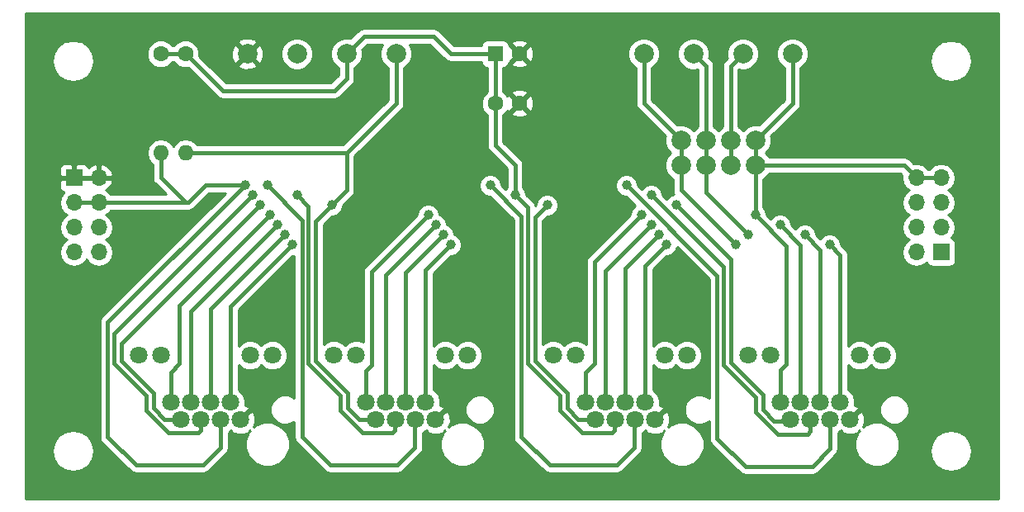
<source format=gbl>
G04 #@! TF.FileFunction,Copper,L2,Bot,Signal*
%FSLAX46Y46*%
G04 Gerber Fmt 4.6, Leading zero omitted, Abs format (unit mm)*
G04 Created by KiCad (PCBNEW 4.0.6) date 02/07/18 20:23:48*
%MOMM*%
%LPD*%
G01*
G04 APERTURE LIST*
%ADD10C,0.100000*%
%ADD11C,1.800000*%
%ADD12C,2.000000*%
%ADD13C,1.600000*%
%ADD14O,1.600000X1.600000*%
%ADD15R,1.700000X1.700000*%
%ADD16O,1.700000X1.700000*%
%ADD17R,1.600000X1.600000*%
%ADD18C,1.000000*%
%ADD19C,0.400000*%
%ADD20C,0.254000*%
G04 APERTURE END LIST*
D10*
D11*
X74440000Y-137830000D03*
X73420000Y-136050000D03*
X76480000Y-137830000D03*
X75460000Y-136050000D03*
X78520000Y-137830000D03*
X77500000Y-136050000D03*
X80560000Y-137830000D03*
X79540000Y-136050000D03*
X72420000Y-131240000D03*
X70130000Y-131240000D03*
X83850000Y-131240000D03*
X81560000Y-131240000D03*
X94440000Y-137830000D03*
X93420000Y-136050000D03*
X96480000Y-137830000D03*
X95460000Y-136050000D03*
X98520000Y-137830000D03*
X97500000Y-136050000D03*
X100560000Y-137830000D03*
X99540000Y-136050000D03*
X92420000Y-131240000D03*
X90130000Y-131240000D03*
X103850000Y-131240000D03*
X101560000Y-131240000D03*
X116940000Y-137830000D03*
X115920000Y-136050000D03*
X118980000Y-137830000D03*
X117960000Y-136050000D03*
X121020000Y-137830000D03*
X120000000Y-136050000D03*
X123060000Y-137830000D03*
X122040000Y-136050000D03*
X114920000Y-131240000D03*
X112630000Y-131240000D03*
X126350000Y-131240000D03*
X124060000Y-131240000D03*
X136940000Y-137830000D03*
X135920000Y-136050000D03*
X138980000Y-137830000D03*
X137960000Y-136050000D03*
X141020000Y-137830000D03*
X140000000Y-136050000D03*
X143060000Y-137830000D03*
X142040000Y-136050000D03*
X134920000Y-131240000D03*
X132630000Y-131240000D03*
X146350000Y-131240000D03*
X144060000Y-131240000D03*
D12*
X125730000Y-111760000D03*
X125730000Y-109220000D03*
X128270000Y-111760000D03*
X128270000Y-109220000D03*
X130810000Y-111760000D03*
X130810000Y-109220000D03*
X133350000Y-111760000D03*
X133350000Y-109220000D03*
D13*
X72390000Y-100330000D03*
D14*
X72390000Y-110490000D03*
D13*
X74930000Y-100330000D03*
D14*
X74930000Y-110490000D03*
D12*
X81280000Y-100330000D03*
X86360000Y-100330000D03*
X91440000Y-100330000D03*
X96520000Y-100330000D03*
X121920000Y-100330000D03*
X127000000Y-100330000D03*
X132080000Y-100330000D03*
X137160000Y-100330000D03*
D15*
X63500000Y-113030000D03*
D16*
X66040000Y-113030000D03*
X63500000Y-115570000D03*
X66040000Y-115570000D03*
X63500000Y-118110000D03*
X66040000Y-118110000D03*
X63500000Y-120650000D03*
X66040000Y-120650000D03*
D17*
X106680000Y-100330000D03*
D13*
X109180000Y-100330000D03*
X106680000Y-105410000D03*
X109180000Y-105410000D03*
D15*
X152400000Y-120650000D03*
D16*
X149860000Y-120650000D03*
X152400000Y-118110000D03*
X149860000Y-118110000D03*
X152400000Y-115570000D03*
X149860000Y-115570000D03*
X152400000Y-113030000D03*
X149860000Y-113030000D03*
D18*
X82550000Y-115824000D03*
X125222000Y-115824000D03*
X112014000Y-115824000D03*
X89916000Y-115824000D03*
X83566000Y-116840000D03*
X133350000Y-116840000D03*
X121666000Y-116840000D03*
X99822000Y-116840000D03*
X81788000Y-114808000D03*
X122682000Y-114808000D03*
X108712000Y-114808000D03*
X86360000Y-114808000D03*
X84328000Y-117856000D03*
X135890000Y-117856000D03*
X122682000Y-117856000D03*
X100584000Y-117856000D03*
X81026000Y-113792000D03*
X120142000Y-113792000D03*
X106172000Y-113792000D03*
X83312000Y-113792000D03*
X85090000Y-118872000D03*
X132588000Y-118872000D03*
X138430000Y-118872000D03*
X123444000Y-118872000D03*
X101346000Y-118872000D03*
X85852000Y-119888000D03*
X131318000Y-119888000D03*
X140970000Y-119888000D03*
X124206000Y-119888000D03*
X102108000Y-119888000D03*
D19*
X91440000Y-110490000D02*
X91440000Y-114300000D01*
X91440000Y-114300000D02*
X89916000Y-115824000D01*
X74930000Y-110490000D02*
X91440000Y-110490000D01*
X96520000Y-105410000D02*
X96520000Y-100330000D01*
X91440000Y-110490000D02*
X96520000Y-105410000D01*
X68326000Y-130048000D02*
X82550000Y-115824000D01*
X74440000Y-137830000D02*
X72806000Y-137830000D01*
X68326000Y-131826000D02*
X68326000Y-130048000D01*
X71628000Y-135128000D02*
X68326000Y-131826000D01*
X71628000Y-136652000D02*
X71628000Y-135128000D01*
X72806000Y-137830000D02*
X71628000Y-136652000D01*
X130810000Y-130175000D02*
X130810000Y-121412000D01*
X136924000Y-137957000D02*
X135290000Y-137957000D01*
X130810000Y-131953000D02*
X130810000Y-130175000D01*
X134112000Y-135255000D02*
X130810000Y-131953000D01*
X134112000Y-136779000D02*
X134112000Y-135255000D01*
X135290000Y-137957000D02*
X134112000Y-136779000D01*
X130810000Y-121412000D02*
X125222000Y-115824000D01*
X110744000Y-130048000D02*
X110744000Y-117094000D01*
X115224000Y-137830000D02*
X114046000Y-136652000D01*
X114046000Y-136652000D02*
X114046000Y-135128000D01*
X114046000Y-135128000D02*
X110744000Y-131826000D01*
X110744000Y-131826000D02*
X110744000Y-130048000D01*
X116858000Y-137830000D02*
X115224000Y-137830000D01*
X110744000Y-117094000D02*
X112014000Y-115824000D01*
X88265000Y-130048000D02*
X88265000Y-117475000D01*
X88265000Y-117475000D02*
X89916000Y-115824000D01*
X92745000Y-137830000D02*
X91567000Y-136652000D01*
X91567000Y-136652000D02*
X91567000Y-135128000D01*
X91567000Y-135128000D02*
X88265000Y-131826000D01*
X88265000Y-131826000D02*
X88265000Y-130048000D01*
X88265000Y-130048000D02*
X88265000Y-130048000D01*
X94379000Y-137830000D02*
X92745000Y-137830000D01*
X149860000Y-113030000D02*
X152400000Y-113030000D01*
X133350000Y-111760000D02*
X148590000Y-111760000D01*
X148590000Y-111760000D02*
X149860000Y-113030000D01*
X74295000Y-130048000D02*
X74295000Y-126111000D01*
X74295000Y-126111000D02*
X83566000Y-116840000D01*
X133350000Y-111760000D02*
X133350000Y-116840000D01*
X136525000Y-130810000D02*
X136525000Y-120015000D01*
X136525000Y-120015000D02*
X133350000Y-116840000D01*
X135920000Y-136050000D02*
X135920000Y-132745000D01*
X136525000Y-132140000D02*
X136525000Y-130810000D01*
X135920000Y-132745000D02*
X136525000Y-132140000D01*
X116840000Y-130175000D02*
X116840000Y-121666000D01*
X115920000Y-133000000D02*
X116840000Y-132080000D01*
X116840000Y-132080000D02*
X116840000Y-130175000D01*
X115920000Y-136050000D02*
X115920000Y-133000000D01*
X116840000Y-121666000D02*
X121666000Y-116840000D01*
X93980000Y-130175000D02*
X93980000Y-122682000D01*
X93980000Y-122682000D02*
X99822000Y-116840000D01*
X93420000Y-132790000D02*
X93980000Y-132230000D01*
X93980000Y-132230000D02*
X93980000Y-130175000D01*
X93420000Y-136050000D02*
X93420000Y-132790000D01*
X133350000Y-111760000D02*
X133350000Y-109220000D01*
X137160000Y-100330000D02*
X137160000Y-105410000D01*
X137160000Y-105410000D02*
X133350000Y-109220000D01*
X73420000Y-136050000D02*
X73420000Y-132955000D01*
X74295000Y-132080000D02*
X74295000Y-130048000D01*
X74295000Y-130048000D02*
X74295000Y-130175000D01*
X73420000Y-132955000D02*
X74295000Y-132080000D01*
X74930000Y-100330000D02*
X78740000Y-104140000D01*
X78740000Y-104140000D02*
X90170000Y-104140000D01*
X72390000Y-100330000D02*
X74930000Y-100330000D01*
X91440000Y-100330000D02*
X93218000Y-98552000D01*
X102108000Y-100330000D02*
X106680000Y-100330000D01*
X100330000Y-98552000D02*
X102108000Y-100330000D01*
X93218000Y-98552000D02*
X100330000Y-98552000D01*
X106680000Y-105410000D02*
X106680000Y-109728000D01*
X108712000Y-111760000D02*
X108712000Y-114808000D01*
X106680000Y-109728000D02*
X108712000Y-111760000D01*
X106680000Y-100330000D02*
X106680000Y-105410000D01*
X67564000Y-130048000D02*
X67564000Y-129032000D01*
X67564000Y-129032000D02*
X81788000Y-114808000D01*
X76480000Y-138912000D02*
X76200000Y-139192000D01*
X76200000Y-139192000D02*
X73152000Y-139192000D01*
X73152000Y-139192000D02*
X70866000Y-136906000D01*
X70866000Y-136906000D02*
X70866000Y-135382000D01*
X70866000Y-135382000D02*
X67564000Y-132080000D01*
X67564000Y-132080000D02*
X67564000Y-130048000D01*
X76480000Y-137830000D02*
X76480000Y-138912000D01*
X130048000Y-130175000D02*
X130048000Y-122174000D01*
X130048000Y-122174000D02*
X122682000Y-114808000D01*
X138964000Y-139039000D02*
X138684000Y-139319000D01*
X138684000Y-139319000D02*
X135636000Y-139319000D01*
X135636000Y-139319000D02*
X133350000Y-137033000D01*
X133350000Y-137033000D02*
X133350000Y-135509000D01*
X133350000Y-135509000D02*
X130048000Y-132207000D01*
X130048000Y-132207000D02*
X130048000Y-130175000D01*
X138964000Y-137957000D02*
X138964000Y-139039000D01*
X109982000Y-130048000D02*
X109982000Y-116078000D01*
X109982000Y-116078000D02*
X108712000Y-114808000D01*
X118898000Y-137830000D02*
X118898000Y-138912000D01*
X109982000Y-132080000D02*
X109982000Y-130048000D01*
X113284000Y-135382000D02*
X109982000Y-132080000D01*
X113284000Y-136906000D02*
X113284000Y-135382000D01*
X115570000Y-139192000D02*
X113284000Y-136906000D01*
X118618000Y-139192000D02*
X115570000Y-139192000D01*
X118898000Y-138912000D02*
X118618000Y-139192000D01*
X87503000Y-130048000D02*
X87503000Y-115951000D01*
X96419000Y-137830000D02*
X96419000Y-138912000D01*
X87503000Y-132080000D02*
X87503000Y-130048000D01*
X90805000Y-135382000D02*
X87503000Y-132080000D01*
X90805000Y-136906000D02*
X90805000Y-135382000D01*
X93091000Y-139192000D02*
X90805000Y-136906000D01*
X96139000Y-139192000D02*
X93091000Y-139192000D01*
X96419000Y-138912000D02*
X96139000Y-139192000D01*
X87503000Y-115951000D02*
X86360000Y-114808000D01*
X91440000Y-100330000D02*
X91440000Y-102870000D01*
X91440000Y-102870000D02*
X90170000Y-104140000D01*
X75460000Y-130302000D02*
X75460000Y-126724000D01*
X75460000Y-126724000D02*
X84328000Y-117856000D01*
X137960000Y-130645000D02*
X137960000Y-119926000D01*
X137960000Y-136050000D02*
X137960000Y-130645000D01*
X137960000Y-119926000D02*
X135890000Y-117856000D01*
X117960000Y-130325000D02*
X117960000Y-122578000D01*
X117960000Y-136050000D02*
X117960000Y-130325000D01*
X117960000Y-122578000D02*
X122682000Y-117856000D01*
X95460000Y-129965000D02*
X95460000Y-122980000D01*
X95460000Y-122980000D02*
X100584000Y-117856000D01*
X95460000Y-136050000D02*
X95460000Y-129965000D01*
X130810000Y-111760000D02*
X130810000Y-109220000D01*
X130810000Y-109220000D02*
X130810000Y-101600000D01*
X130810000Y-101600000D02*
X132080000Y-100330000D01*
X75460000Y-136050000D02*
X75460000Y-130302000D01*
X75460000Y-130302000D02*
X75460000Y-130280000D01*
X72390000Y-110490000D02*
X72390000Y-113030000D01*
X72390000Y-113030000D02*
X74930000Y-115570000D01*
X66040000Y-115570000D02*
X74930000Y-115570000D01*
X74930000Y-115570000D02*
X75184000Y-115570000D01*
X76962000Y-113792000D02*
X81026000Y-113792000D01*
X75184000Y-115570000D02*
X76962000Y-113792000D01*
X63500000Y-115570000D02*
X66040000Y-115570000D01*
X66963998Y-130048000D02*
X66963998Y-127854002D01*
X66963998Y-127854002D02*
X81026000Y-113792000D01*
X78520000Y-140682000D02*
X76708000Y-142494000D01*
X76708000Y-142494000D02*
X69850000Y-142494000D01*
X69850000Y-142494000D02*
X66963998Y-139607998D01*
X66963998Y-139607998D02*
X66963998Y-130048000D01*
X78520000Y-137830000D02*
X78520000Y-140682000D01*
X129447998Y-130175000D02*
X129447998Y-123097998D01*
X129447998Y-123097998D02*
X120142000Y-113792000D01*
X141004000Y-140809000D02*
X139192000Y-142621000D01*
X139192000Y-142621000D02*
X132334000Y-142621000D01*
X132334000Y-142621000D02*
X129447998Y-139734998D01*
X129447998Y-139734998D02*
X129447998Y-130175000D01*
X141004000Y-137957000D02*
X141004000Y-140809000D01*
X109381998Y-130048000D02*
X109381998Y-117001998D01*
X109381998Y-117001998D02*
X106172000Y-113792000D01*
X120938000Y-137830000D02*
X120938000Y-140682000D01*
X109381998Y-139607998D02*
X109381998Y-130048000D01*
X112268000Y-142494000D02*
X109381998Y-139607998D01*
X119126000Y-142494000D02*
X112268000Y-142494000D01*
X120938000Y-140682000D02*
X119126000Y-142494000D01*
X86902998Y-130048000D02*
X86902998Y-117382998D01*
X98459000Y-137830000D02*
X98459000Y-140682000D01*
X86902998Y-139607998D02*
X86902998Y-130048000D01*
X89789000Y-142494000D02*
X86902998Y-139607998D01*
X96647000Y-142494000D02*
X89789000Y-142494000D01*
X98459000Y-140682000D02*
X96647000Y-142494000D01*
X86902998Y-117382998D02*
X83312000Y-113792000D01*
X77500000Y-130145000D02*
X77500000Y-126462000D01*
X77500000Y-136050000D02*
X77500000Y-130145000D01*
X77500000Y-126462000D02*
X85090000Y-118872000D01*
X128270000Y-111760000D02*
X128270000Y-114554000D01*
X128270000Y-114554000D02*
X132588000Y-118872000D01*
X140000000Y-130510000D02*
X140000000Y-120442000D01*
X140000000Y-120442000D02*
X138430000Y-118872000D01*
X140000000Y-136050000D02*
X140000000Y-130510000D01*
X120000000Y-130190000D02*
X120000000Y-122316000D01*
X120000000Y-136050000D02*
X120000000Y-130190000D01*
X120000000Y-122316000D02*
X123444000Y-118872000D01*
X97500000Y-129830000D02*
X97500000Y-122718000D01*
X97500000Y-136050000D02*
X97500000Y-129830000D01*
X97500000Y-122718000D02*
X101346000Y-118872000D01*
X128270000Y-109220000D02*
X128270000Y-111760000D01*
X128270000Y-109220000D02*
X128270000Y-101600000D01*
X128270000Y-101600000D02*
X127000000Y-100330000D01*
X79540000Y-130175000D02*
X79540000Y-126200000D01*
X79540000Y-126200000D02*
X85852000Y-119888000D01*
X125730000Y-111760000D02*
X125730000Y-114300000D01*
X125730000Y-114300000D02*
X131318000Y-119888000D01*
X142040000Y-130375000D02*
X142040000Y-120958000D01*
X142040000Y-120958000D02*
X140970000Y-119888000D01*
X142040000Y-136050000D02*
X142040000Y-130375000D01*
X122040000Y-130055000D02*
X122040000Y-122054000D01*
X122040000Y-136050000D02*
X122040000Y-130055000D01*
X122040000Y-122054000D02*
X124206000Y-119888000D01*
X99540000Y-130330000D02*
X99540000Y-122456000D01*
X99540000Y-122456000D02*
X102108000Y-119888000D01*
X99540000Y-136050000D02*
X99540000Y-130330000D01*
X125730000Y-109220000D02*
X125730000Y-111760000D01*
X121920000Y-100330000D02*
X121920000Y-105410000D01*
X121920000Y-105410000D02*
X125730000Y-109220000D01*
X79540000Y-136050000D02*
X79540000Y-130175000D01*
X79540000Y-130175000D02*
X79540000Y-130048000D01*
X79540000Y-130048000D02*
X79540000Y-130010000D01*
D20*
G36*
X158293000Y-145923000D02*
X58547000Y-145923000D01*
X58547000Y-141050000D01*
X61243173Y-141050000D01*
X61405690Y-141867029D01*
X61868500Y-142559673D01*
X62561144Y-143022483D01*
X63378173Y-143185000D01*
X63461827Y-143185000D01*
X64278856Y-143022483D01*
X64971500Y-142559673D01*
X65434310Y-141867029D01*
X65596827Y-141050000D01*
X65434310Y-140232971D01*
X64971500Y-139540327D01*
X64278856Y-139077517D01*
X63461827Y-138915000D01*
X63378173Y-138915000D01*
X62561144Y-139077517D01*
X61868500Y-139540327D01*
X61405690Y-140232971D01*
X61243173Y-141050000D01*
X58547000Y-141050000D01*
X58547000Y-115570000D01*
X61985907Y-115570000D01*
X62098946Y-116138285D01*
X62420853Y-116620054D01*
X62750026Y-116840000D01*
X62420853Y-117059946D01*
X62098946Y-117541715D01*
X61985907Y-118110000D01*
X62098946Y-118678285D01*
X62420853Y-119160054D01*
X62750026Y-119380000D01*
X62420853Y-119599946D01*
X62098946Y-120081715D01*
X61985907Y-120650000D01*
X62098946Y-121218285D01*
X62420853Y-121700054D01*
X62902622Y-122021961D01*
X63470907Y-122135000D01*
X63529093Y-122135000D01*
X64097378Y-122021961D01*
X64579147Y-121700054D01*
X64770000Y-121414422D01*
X64960853Y-121700054D01*
X65442622Y-122021961D01*
X66010907Y-122135000D01*
X66069093Y-122135000D01*
X66637378Y-122021961D01*
X67119147Y-121700054D01*
X67441054Y-121218285D01*
X67554093Y-120650000D01*
X67441054Y-120081715D01*
X67119147Y-119599946D01*
X66789974Y-119380000D01*
X67119147Y-119160054D01*
X67441054Y-118678285D01*
X67554093Y-118110000D01*
X67441054Y-117541715D01*
X67119147Y-117059946D01*
X66789974Y-116840000D01*
X67119147Y-116620054D01*
X67262841Y-116405000D01*
X75184000Y-116405000D01*
X75503541Y-116341439D01*
X75774434Y-116160434D01*
X77307868Y-114627000D01*
X79010132Y-114627000D01*
X66373564Y-127263568D01*
X66192559Y-127534461D01*
X66128998Y-127854002D01*
X66128998Y-139607998D01*
X66192559Y-139927539D01*
X66373564Y-140198432D01*
X69259566Y-143084434D01*
X69530459Y-143265439D01*
X69850000Y-143329000D01*
X76708000Y-143329000D01*
X77027541Y-143265439D01*
X77298434Y-143084434D01*
X79110434Y-141272434D01*
X79206581Y-141128540D01*
X79291439Y-141001541D01*
X79355000Y-140682000D01*
X79355000Y-139145857D01*
X79388371Y-139132068D01*
X79520421Y-139000249D01*
X79544890Y-139024718D01*
X79659447Y-138910161D01*
X79745852Y-139166643D01*
X80319336Y-139376458D01*
X80929460Y-139350839D01*
X81374148Y-139166643D01*
X81460553Y-138910161D01*
X81531951Y-138981559D01*
X81425182Y-139088141D01*
X81080393Y-139918486D01*
X81079609Y-140817570D01*
X81422948Y-141648515D01*
X82058141Y-142284818D01*
X82888486Y-142629607D01*
X83787570Y-142630391D01*
X84618515Y-142287052D01*
X85254818Y-141651859D01*
X85599607Y-140821514D01*
X85600391Y-139922430D01*
X85257052Y-139091485D01*
X84621859Y-138455182D01*
X83791514Y-138110393D01*
X82892430Y-138109609D01*
X82061485Y-138452948D01*
X81912000Y-138602172D01*
X82106458Y-138070664D01*
X82080839Y-137460540D01*
X81896643Y-137015852D01*
X81640159Y-136929446D01*
X80739605Y-137830000D01*
X80753748Y-137844143D01*
X80574143Y-138023748D01*
X80560000Y-138009605D01*
X80545858Y-138023748D01*
X80366253Y-137844143D01*
X80380395Y-137830000D01*
X80366253Y-137815858D01*
X80545858Y-137636253D01*
X80560000Y-137650395D01*
X81460554Y-136749841D01*
X81374148Y-136493357D01*
X81064949Y-136380233D01*
X81074733Y-136356670D01*
X81075265Y-135746009D01*
X80842068Y-135181629D01*
X80410643Y-134749449D01*
X80375000Y-134734649D01*
X80375000Y-132225644D01*
X80689357Y-132540551D01*
X81253330Y-132774733D01*
X81863991Y-132775265D01*
X82428371Y-132542068D01*
X82705104Y-132265818D01*
X82979357Y-132540551D01*
X83543330Y-132774733D01*
X84153991Y-132775265D01*
X84718371Y-132542068D01*
X85150551Y-132110643D01*
X85384733Y-131546670D01*
X85385265Y-130936009D01*
X85152068Y-130371629D01*
X84720643Y-129939449D01*
X84156670Y-129705267D01*
X83546009Y-129704735D01*
X82981629Y-129937932D01*
X82704896Y-130214182D01*
X82430643Y-129939449D01*
X81866670Y-129705267D01*
X81256009Y-129704735D01*
X80691629Y-129937932D01*
X80375000Y-130254008D01*
X80375000Y-126545868D01*
X85897827Y-121023041D01*
X86067998Y-121023189D01*
X86067998Y-135586939D01*
X85990643Y-135509449D01*
X85426670Y-135275267D01*
X84816009Y-135274735D01*
X84251629Y-135507932D01*
X83819449Y-135939357D01*
X83585267Y-136503330D01*
X83584735Y-137113991D01*
X83817932Y-137678371D01*
X84249357Y-138110551D01*
X84813330Y-138344733D01*
X85423991Y-138345265D01*
X85988371Y-138112068D01*
X86067998Y-138032580D01*
X86067998Y-139607998D01*
X86131559Y-139927539D01*
X86312564Y-140198432D01*
X89198566Y-143084434D01*
X89469459Y-143265439D01*
X89789000Y-143329000D01*
X96647000Y-143329000D01*
X96966541Y-143265439D01*
X97237434Y-143084434D01*
X99049434Y-141272434D01*
X99145581Y-141128540D01*
X99230439Y-141001541D01*
X99294000Y-140682000D01*
X99294000Y-139171061D01*
X99388371Y-139132068D01*
X99520421Y-139000249D01*
X99544890Y-139024718D01*
X99659447Y-138910161D01*
X99745852Y-139166643D01*
X100319336Y-139376458D01*
X100929460Y-139350839D01*
X101374148Y-139166643D01*
X101460553Y-138910161D01*
X101531951Y-138981559D01*
X101425182Y-139088141D01*
X101080393Y-139918486D01*
X101079609Y-140817570D01*
X101422948Y-141648515D01*
X102058141Y-142284818D01*
X102888486Y-142629607D01*
X103787570Y-142630391D01*
X104618515Y-142287052D01*
X105254818Y-141651859D01*
X105599607Y-140821514D01*
X105600391Y-139922430D01*
X105257052Y-139091485D01*
X104621859Y-138455182D01*
X103791514Y-138110393D01*
X102892430Y-138109609D01*
X102061485Y-138452948D01*
X101912000Y-138602172D01*
X102106458Y-138070664D01*
X102080839Y-137460540D01*
X101937294Y-137113991D01*
X103584735Y-137113991D01*
X103817932Y-137678371D01*
X104249357Y-138110551D01*
X104813330Y-138344733D01*
X105423991Y-138345265D01*
X105988371Y-138112068D01*
X106420551Y-137680643D01*
X106654733Y-137116670D01*
X106655265Y-136506009D01*
X106422068Y-135941629D01*
X105990643Y-135509449D01*
X105426670Y-135275267D01*
X104816009Y-135274735D01*
X104251629Y-135507932D01*
X103819449Y-135939357D01*
X103585267Y-136503330D01*
X103584735Y-137113991D01*
X101937294Y-137113991D01*
X101896643Y-137015852D01*
X101640159Y-136929446D01*
X100739605Y-137830000D01*
X100753748Y-137844143D01*
X100574143Y-138023748D01*
X100560000Y-138009605D01*
X100545858Y-138023748D01*
X100366253Y-137844143D01*
X100380395Y-137830000D01*
X100366253Y-137815858D01*
X100545858Y-137636253D01*
X100560000Y-137650395D01*
X101460554Y-136749841D01*
X101374148Y-136493357D01*
X101064949Y-136380233D01*
X101074733Y-136356670D01*
X101075265Y-135746009D01*
X100842068Y-135181629D01*
X100410643Y-134749449D01*
X100375000Y-134734649D01*
X100375000Y-132225644D01*
X100689357Y-132540551D01*
X101253330Y-132774733D01*
X101863991Y-132775265D01*
X102428371Y-132542068D01*
X102705104Y-132265818D01*
X102979357Y-132540551D01*
X103543330Y-132774733D01*
X104153991Y-132775265D01*
X104718371Y-132542068D01*
X105150551Y-132110643D01*
X105384733Y-131546670D01*
X105385265Y-130936009D01*
X105152068Y-130371629D01*
X104720643Y-129939449D01*
X104156670Y-129705267D01*
X103546009Y-129704735D01*
X102981629Y-129937932D01*
X102704896Y-130214182D01*
X102430643Y-129939449D01*
X101866670Y-129705267D01*
X101256009Y-129704735D01*
X100691629Y-129937932D01*
X100375000Y-130254008D01*
X100375000Y-122801868D01*
X102153827Y-121023041D01*
X102332775Y-121023197D01*
X102750086Y-120850767D01*
X103069645Y-120531765D01*
X103242803Y-120114756D01*
X103243197Y-119663225D01*
X103070767Y-119245914D01*
X102751765Y-118926355D01*
X102481052Y-118813944D01*
X102481197Y-118647225D01*
X102308767Y-118229914D01*
X101989765Y-117910355D01*
X101719052Y-117797944D01*
X101719197Y-117631225D01*
X101546767Y-117213914D01*
X101227765Y-116894355D01*
X100957052Y-116781944D01*
X100957197Y-116615225D01*
X100784767Y-116197914D01*
X100465765Y-115878355D01*
X100048756Y-115705197D01*
X99597225Y-115704803D01*
X99179914Y-115877233D01*
X98860355Y-116196235D01*
X98687197Y-116613244D01*
X98687039Y-116794093D01*
X93389566Y-122091566D01*
X93208561Y-122362459D01*
X93145000Y-122682000D01*
X93145000Y-129878973D01*
X92726670Y-129705267D01*
X92116009Y-129704735D01*
X91551629Y-129937932D01*
X91274896Y-130214182D01*
X91000643Y-129939449D01*
X90436670Y-129705267D01*
X89826009Y-129704735D01*
X89261629Y-129937932D01*
X89100000Y-130099279D01*
X89100000Y-117820868D01*
X89961827Y-116959041D01*
X90140775Y-116959197D01*
X90558086Y-116786767D01*
X90877645Y-116467765D01*
X91050803Y-116050756D01*
X91050961Y-115869907D01*
X92030434Y-114890434D01*
X92049945Y-114861233D01*
X92211439Y-114619541D01*
X92275000Y-114300000D01*
X92275000Y-110835868D01*
X97110434Y-106000434D01*
X97291439Y-105729541D01*
X97355000Y-105410000D01*
X97355000Y-101754058D01*
X97444943Y-101716894D01*
X97905278Y-101257363D01*
X98154716Y-100656648D01*
X98155284Y-100006205D01*
X97906894Y-99405057D01*
X97888869Y-99387000D01*
X99984132Y-99387000D01*
X101517566Y-100920434D01*
X101788460Y-101101440D01*
X102108000Y-101165000D01*
X105239146Y-101165000D01*
X105276838Y-101365317D01*
X105415910Y-101581441D01*
X105628110Y-101726431D01*
X105845000Y-101770352D01*
X105845000Y-104215917D01*
X105464176Y-104596077D01*
X105245250Y-105123309D01*
X105244752Y-105694187D01*
X105462757Y-106221800D01*
X105845000Y-106604710D01*
X105845000Y-109728000D01*
X105908561Y-110047541D01*
X105990693Y-110170460D01*
X106089566Y-110318434D01*
X107877000Y-112105868D01*
X107877000Y-114037811D01*
X107750355Y-114164235D01*
X107742946Y-114182078D01*
X107307041Y-113746173D01*
X107307197Y-113567225D01*
X107134767Y-113149914D01*
X106815765Y-112830355D01*
X106398756Y-112657197D01*
X105947225Y-112656803D01*
X105529914Y-112829233D01*
X105210355Y-113148235D01*
X105037197Y-113565244D01*
X105036803Y-114016775D01*
X105209233Y-114434086D01*
X105528235Y-114753645D01*
X105945244Y-114926803D01*
X106126093Y-114926961D01*
X108546998Y-117347866D01*
X108546998Y-139607998D01*
X108610559Y-139927539D01*
X108791564Y-140198432D01*
X111677566Y-143084434D01*
X111948459Y-143265439D01*
X112268000Y-143329000D01*
X119126000Y-143329000D01*
X119445541Y-143265439D01*
X119716434Y-143084434D01*
X121528434Y-141272434D01*
X121624581Y-141128540D01*
X121709439Y-141001541D01*
X121773000Y-140682000D01*
X121773000Y-139179738D01*
X121888371Y-139132068D01*
X122020421Y-139000249D01*
X122044890Y-139024718D01*
X122159447Y-138910161D01*
X122245852Y-139166643D01*
X122819336Y-139376458D01*
X123429460Y-139350839D01*
X123874148Y-139166643D01*
X123960553Y-138910161D01*
X124031951Y-138981559D01*
X123925182Y-139088141D01*
X123580393Y-139918486D01*
X123579609Y-140817570D01*
X123922948Y-141648515D01*
X124558141Y-142284818D01*
X125388486Y-142629607D01*
X126287570Y-142630391D01*
X127118515Y-142287052D01*
X127754818Y-141651859D01*
X128099607Y-140821514D01*
X128100391Y-139922430D01*
X127757052Y-139091485D01*
X127121859Y-138455182D01*
X126291514Y-138110393D01*
X125392430Y-138109609D01*
X124561485Y-138452948D01*
X124412000Y-138602172D01*
X124606458Y-138070664D01*
X124580839Y-137460540D01*
X124396643Y-137015852D01*
X124140159Y-136929446D01*
X123239605Y-137830000D01*
X123253748Y-137844143D01*
X123074143Y-138023748D01*
X123060000Y-138009605D01*
X123045858Y-138023748D01*
X122866253Y-137844143D01*
X122880395Y-137830000D01*
X122866253Y-137815858D01*
X123045858Y-137636253D01*
X123060000Y-137650395D01*
X123960554Y-136749841D01*
X123874148Y-136493357D01*
X123564949Y-136380233D01*
X123574733Y-136356670D01*
X123575265Y-135746009D01*
X123342068Y-135181629D01*
X122910643Y-134749449D01*
X122875000Y-134734649D01*
X122875000Y-132225644D01*
X123189357Y-132540551D01*
X123753330Y-132774733D01*
X124363991Y-132775265D01*
X124928371Y-132542068D01*
X125205104Y-132265818D01*
X125479357Y-132540551D01*
X126043330Y-132774733D01*
X126653991Y-132775265D01*
X127218371Y-132542068D01*
X127650551Y-132110643D01*
X127884733Y-131546670D01*
X127885265Y-130936009D01*
X127652068Y-130371629D01*
X127220643Y-129939449D01*
X126656670Y-129705267D01*
X126046009Y-129704735D01*
X125481629Y-129937932D01*
X125204896Y-130214182D01*
X124930643Y-129939449D01*
X124366670Y-129705267D01*
X123756009Y-129704735D01*
X123191629Y-129937932D01*
X122875000Y-130254008D01*
X122875000Y-122399868D01*
X124251827Y-121023041D01*
X124430775Y-121023197D01*
X124848086Y-120850767D01*
X125167645Y-120531765D01*
X125324104Y-120154972D01*
X128612998Y-123443866D01*
X128612998Y-135632018D01*
X128490643Y-135509449D01*
X127926670Y-135275267D01*
X127316009Y-135274735D01*
X126751629Y-135507932D01*
X126319449Y-135939357D01*
X126085267Y-136503330D01*
X126084735Y-137113991D01*
X126317932Y-137678371D01*
X126749357Y-138110551D01*
X127313330Y-138344733D01*
X127923991Y-138345265D01*
X128488371Y-138112068D01*
X128612998Y-137987659D01*
X128612998Y-139734998D01*
X128676559Y-140054539D01*
X128795784Y-140232971D01*
X128857564Y-140325432D01*
X131743566Y-143211434D01*
X132014459Y-143392439D01*
X132334000Y-143456000D01*
X139192000Y-143456000D01*
X139511541Y-143392439D01*
X139782434Y-143211434D01*
X141594434Y-141399434D01*
X141775439Y-141128541D01*
X141839000Y-140809000D01*
X141839000Y-139152468D01*
X141888371Y-139132068D01*
X142020421Y-139000249D01*
X142044890Y-139024718D01*
X142159447Y-138910161D01*
X142245852Y-139166643D01*
X142819336Y-139376458D01*
X143429460Y-139350839D01*
X143874148Y-139166643D01*
X143960553Y-138910161D01*
X144031951Y-138981559D01*
X143925182Y-139088141D01*
X143580393Y-139918486D01*
X143579609Y-140817570D01*
X143922948Y-141648515D01*
X144558141Y-142284818D01*
X145388486Y-142629607D01*
X146287570Y-142630391D01*
X147118515Y-142287052D01*
X147754818Y-141651859D01*
X148004731Y-141050000D01*
X151243173Y-141050000D01*
X151405690Y-141867029D01*
X151868500Y-142559673D01*
X152561144Y-143022483D01*
X153378173Y-143185000D01*
X153461827Y-143185000D01*
X154278856Y-143022483D01*
X154971500Y-142559673D01*
X155434310Y-141867029D01*
X155596827Y-141050000D01*
X155434310Y-140232971D01*
X154971500Y-139540327D01*
X154278856Y-139077517D01*
X153461827Y-138915000D01*
X153378173Y-138915000D01*
X152561144Y-139077517D01*
X151868500Y-139540327D01*
X151405690Y-140232971D01*
X151243173Y-141050000D01*
X148004731Y-141050000D01*
X148099607Y-140821514D01*
X148100391Y-139922430D01*
X147757052Y-139091485D01*
X147121859Y-138455182D01*
X146291514Y-138110393D01*
X145392430Y-138109609D01*
X144561485Y-138452948D01*
X144412000Y-138602172D01*
X144606458Y-138070664D01*
X144580839Y-137460540D01*
X144437294Y-137113991D01*
X146084735Y-137113991D01*
X146317932Y-137678371D01*
X146749357Y-138110551D01*
X147313330Y-138344733D01*
X147923991Y-138345265D01*
X148488371Y-138112068D01*
X148920551Y-137680643D01*
X149154733Y-137116670D01*
X149155265Y-136506009D01*
X148922068Y-135941629D01*
X148490643Y-135509449D01*
X147926670Y-135275267D01*
X147316009Y-135274735D01*
X146751629Y-135507932D01*
X146319449Y-135939357D01*
X146085267Y-136503330D01*
X146084735Y-137113991D01*
X144437294Y-137113991D01*
X144396643Y-137015852D01*
X144140159Y-136929446D01*
X143239605Y-137830000D01*
X143253748Y-137844143D01*
X143074143Y-138023748D01*
X143060000Y-138009605D01*
X143045858Y-138023748D01*
X142866253Y-137844143D01*
X142880395Y-137830000D01*
X142866253Y-137815858D01*
X143045858Y-137636253D01*
X143060000Y-137650395D01*
X143960554Y-136749841D01*
X143874148Y-136493357D01*
X143564949Y-136380233D01*
X143574733Y-136356670D01*
X143575265Y-135746009D01*
X143342068Y-135181629D01*
X142910643Y-134749449D01*
X142875000Y-134734649D01*
X142875000Y-132225644D01*
X143189357Y-132540551D01*
X143753330Y-132774733D01*
X144363991Y-132775265D01*
X144928371Y-132542068D01*
X145205104Y-132265818D01*
X145479357Y-132540551D01*
X146043330Y-132774733D01*
X146653991Y-132775265D01*
X147218371Y-132542068D01*
X147650551Y-132110643D01*
X147884733Y-131546670D01*
X147885265Y-130936009D01*
X147652068Y-130371629D01*
X147220643Y-129939449D01*
X146656670Y-129705267D01*
X146046009Y-129704735D01*
X145481629Y-129937932D01*
X145204896Y-130214182D01*
X144930643Y-129939449D01*
X144366670Y-129705267D01*
X143756009Y-129704735D01*
X143191629Y-129937932D01*
X142875000Y-130254008D01*
X142875000Y-120958000D01*
X142853670Y-120850767D01*
X142811440Y-120638460D01*
X142630435Y-120367566D01*
X142105041Y-119842172D01*
X142105197Y-119663225D01*
X141932767Y-119245914D01*
X141613765Y-118926355D01*
X141196756Y-118753197D01*
X140745225Y-118752803D01*
X140327914Y-118925233D01*
X140008355Y-119244235D01*
X140000946Y-119262078D01*
X139565041Y-118826173D01*
X139565197Y-118647225D01*
X139392767Y-118229914D01*
X139073765Y-117910355D01*
X138656756Y-117737197D01*
X138205225Y-117736803D01*
X137787914Y-117909233D01*
X137468355Y-118228235D01*
X137460946Y-118246078D01*
X137025041Y-117810173D01*
X137025197Y-117631225D01*
X136852767Y-117213914D01*
X136533765Y-116894355D01*
X136116756Y-116721197D01*
X135665225Y-116720803D01*
X135247914Y-116893233D01*
X134928355Y-117212235D01*
X134920946Y-117230078D01*
X134485041Y-116794173D01*
X134485197Y-116615225D01*
X134312767Y-116197914D01*
X134185000Y-116069924D01*
X134185000Y-113184058D01*
X134274943Y-113146894D01*
X134735278Y-112687363D01*
X134773630Y-112595000D01*
X148244132Y-112595000D01*
X148401193Y-112752061D01*
X148345907Y-113030000D01*
X148458946Y-113598285D01*
X148780853Y-114080054D01*
X149110026Y-114300000D01*
X148780853Y-114519946D01*
X148458946Y-115001715D01*
X148345907Y-115570000D01*
X148458946Y-116138285D01*
X148780853Y-116620054D01*
X149110026Y-116840000D01*
X148780853Y-117059946D01*
X148458946Y-117541715D01*
X148345907Y-118110000D01*
X148458946Y-118678285D01*
X148780853Y-119160054D01*
X149110026Y-119380000D01*
X148780853Y-119599946D01*
X148458946Y-120081715D01*
X148345907Y-120650000D01*
X148458946Y-121218285D01*
X148780853Y-121700054D01*
X149262622Y-122021961D01*
X149830907Y-122135000D01*
X149889093Y-122135000D01*
X150457378Y-122021961D01*
X150939147Y-121700054D01*
X150939971Y-121698821D01*
X150946838Y-121735317D01*
X151085910Y-121951441D01*
X151298110Y-122096431D01*
X151550000Y-122147440D01*
X153250000Y-122147440D01*
X153485317Y-122103162D01*
X153701441Y-121964090D01*
X153846431Y-121751890D01*
X153897440Y-121500000D01*
X153897440Y-119800000D01*
X153853162Y-119564683D01*
X153714090Y-119348559D01*
X153501890Y-119203569D01*
X153434459Y-119189914D01*
X153479147Y-119160054D01*
X153801054Y-118678285D01*
X153914093Y-118110000D01*
X153801054Y-117541715D01*
X153479147Y-117059946D01*
X153149974Y-116840000D01*
X153479147Y-116620054D01*
X153801054Y-116138285D01*
X153914093Y-115570000D01*
X153801054Y-115001715D01*
X153479147Y-114519946D01*
X153149974Y-114300000D01*
X153479147Y-114080054D01*
X153801054Y-113598285D01*
X153914093Y-113030000D01*
X153801054Y-112461715D01*
X153479147Y-111979946D01*
X152997378Y-111658039D01*
X152429093Y-111545000D01*
X152370907Y-111545000D01*
X151802622Y-111658039D01*
X151320853Y-111979946D01*
X151177159Y-112195000D01*
X151082841Y-112195000D01*
X150939147Y-111979946D01*
X150457378Y-111658039D01*
X149889093Y-111545000D01*
X149830907Y-111545000D01*
X149601500Y-111590632D01*
X149180434Y-111169566D01*
X148909541Y-110988561D01*
X148590000Y-110925000D01*
X134774058Y-110925000D01*
X134736894Y-110835057D01*
X134392241Y-110489801D01*
X134735278Y-110147363D01*
X134984716Y-109546648D01*
X134985284Y-108896205D01*
X134947093Y-108803775D01*
X137750434Y-106000434D01*
X137931440Y-105729540D01*
X137995000Y-105410000D01*
X137995000Y-101754058D01*
X138084943Y-101716894D01*
X138545278Y-101257363D01*
X138631382Y-101050000D01*
X151243173Y-101050000D01*
X151405690Y-101867029D01*
X151868500Y-102559673D01*
X152561144Y-103022483D01*
X153378173Y-103185000D01*
X153461827Y-103185000D01*
X154278856Y-103022483D01*
X154971500Y-102559673D01*
X155434310Y-101867029D01*
X155596827Y-101050000D01*
X155434310Y-100232971D01*
X154971500Y-99540327D01*
X154278856Y-99077517D01*
X153461827Y-98915000D01*
X153378173Y-98915000D01*
X152561144Y-99077517D01*
X151868500Y-99540327D01*
X151405690Y-100232971D01*
X151243173Y-101050000D01*
X138631382Y-101050000D01*
X138794716Y-100656648D01*
X138795284Y-100006205D01*
X138546894Y-99405057D01*
X138087363Y-98944722D01*
X137486648Y-98695284D01*
X136836205Y-98694716D01*
X136235057Y-98943106D01*
X135774722Y-99402637D01*
X135525284Y-100003352D01*
X135524716Y-100653795D01*
X135773106Y-101254943D01*
X136232637Y-101715278D01*
X136325000Y-101753630D01*
X136325000Y-105064132D01*
X133766527Y-107622605D01*
X133676648Y-107585284D01*
X133026205Y-107584716D01*
X132425057Y-107833106D01*
X132079801Y-108177759D01*
X131737363Y-107834722D01*
X131645000Y-107796370D01*
X131645000Y-101945868D01*
X131663473Y-101927395D01*
X131753352Y-101964716D01*
X132403795Y-101965284D01*
X133004943Y-101716894D01*
X133465278Y-101257363D01*
X133714716Y-100656648D01*
X133715284Y-100006205D01*
X133466894Y-99405057D01*
X133007363Y-98944722D01*
X132406648Y-98695284D01*
X131756205Y-98694716D01*
X131155057Y-98943106D01*
X130694722Y-99402637D01*
X130445284Y-100003352D01*
X130444716Y-100653795D01*
X130482907Y-100746225D01*
X130219566Y-101009566D01*
X130038561Y-101280459D01*
X129975000Y-101600000D01*
X129975000Y-107795942D01*
X129885057Y-107833106D01*
X129539801Y-108177759D01*
X129197363Y-107834722D01*
X129105000Y-107796370D01*
X129105000Y-101600000D01*
X129041439Y-101280459D01*
X128860434Y-101009566D01*
X128597395Y-100746527D01*
X128634716Y-100656648D01*
X128635284Y-100006205D01*
X128386894Y-99405057D01*
X127927363Y-98944722D01*
X127326648Y-98695284D01*
X126676205Y-98694716D01*
X126075057Y-98943106D01*
X125614722Y-99402637D01*
X125365284Y-100003352D01*
X125364716Y-100653795D01*
X125613106Y-101254943D01*
X126072637Y-101715278D01*
X126673352Y-101964716D01*
X127323795Y-101965284D01*
X127416225Y-101927093D01*
X127435000Y-101945868D01*
X127435000Y-107795942D01*
X127345057Y-107833106D01*
X126999801Y-108177759D01*
X126657363Y-107834722D01*
X126056648Y-107585284D01*
X125406205Y-107584716D01*
X125313775Y-107622907D01*
X122755000Y-105064132D01*
X122755000Y-101754058D01*
X122844943Y-101716894D01*
X123305278Y-101257363D01*
X123554716Y-100656648D01*
X123555284Y-100006205D01*
X123306894Y-99405057D01*
X122847363Y-98944722D01*
X122246648Y-98695284D01*
X121596205Y-98694716D01*
X120995057Y-98943106D01*
X120534722Y-99402637D01*
X120285284Y-100003352D01*
X120284716Y-100653795D01*
X120533106Y-101254943D01*
X120992637Y-101715278D01*
X121085000Y-101753630D01*
X121085000Y-105410000D01*
X121148561Y-105729541D01*
X121329566Y-106000434D01*
X124132605Y-108803473D01*
X124095284Y-108893352D01*
X124094716Y-109543795D01*
X124343106Y-110144943D01*
X124687759Y-110490199D01*
X124344722Y-110832637D01*
X124095284Y-111433352D01*
X124094716Y-112083795D01*
X124343106Y-112684943D01*
X124802637Y-113145278D01*
X124895000Y-113183630D01*
X124895000Y-114300000D01*
X124958561Y-114619541D01*
X125004845Y-114688810D01*
X124997225Y-114688803D01*
X124579914Y-114861233D01*
X124260355Y-115180235D01*
X124252946Y-115198078D01*
X123817041Y-114762173D01*
X123817197Y-114583225D01*
X123644767Y-114165914D01*
X123325765Y-113846355D01*
X122908756Y-113673197D01*
X122457225Y-113672803D01*
X122039914Y-113845233D01*
X121720355Y-114164235D01*
X121712946Y-114182078D01*
X121277041Y-113746173D01*
X121277197Y-113567225D01*
X121104767Y-113149914D01*
X120785765Y-112830355D01*
X120368756Y-112657197D01*
X119917225Y-112656803D01*
X119499914Y-112829233D01*
X119180355Y-113148235D01*
X119007197Y-113565244D01*
X119006803Y-114016775D01*
X119179233Y-114434086D01*
X119498235Y-114753645D01*
X119915244Y-114926803D01*
X120096093Y-114926961D01*
X121039801Y-115870669D01*
X121023914Y-115877233D01*
X120704355Y-116196235D01*
X120531197Y-116613244D01*
X120531039Y-116794093D01*
X116249566Y-121075566D01*
X116068561Y-121346459D01*
X116005000Y-121666000D01*
X116005000Y-130154181D01*
X115790643Y-129939449D01*
X115226670Y-129705267D01*
X114616009Y-129704735D01*
X114051629Y-129937932D01*
X113774896Y-130214182D01*
X113500643Y-129939449D01*
X112936670Y-129705267D01*
X112326009Y-129704735D01*
X111761629Y-129937932D01*
X111579000Y-130120242D01*
X111579000Y-117439868D01*
X112059827Y-116959041D01*
X112238775Y-116959197D01*
X112656086Y-116786767D01*
X112975645Y-116467765D01*
X113148803Y-116050756D01*
X113149197Y-115599225D01*
X112976767Y-115181914D01*
X112657765Y-114862355D01*
X112240756Y-114689197D01*
X111789225Y-114688803D01*
X111371914Y-114861233D01*
X111052355Y-115180235D01*
X110879197Y-115597244D01*
X110879039Y-115778093D01*
X110777535Y-115879597D01*
X110753439Y-115758459D01*
X110572434Y-115487566D01*
X109847041Y-114762173D01*
X109847197Y-114583225D01*
X109674767Y-114165914D01*
X109547000Y-114037924D01*
X109547000Y-111760000D01*
X109483439Y-111440459D01*
X109302434Y-111169566D01*
X107515000Y-109382132D01*
X107515000Y-106604083D01*
X107701663Y-106417745D01*
X108351861Y-106417745D01*
X108425995Y-106663864D01*
X108963223Y-106856965D01*
X109533454Y-106829778D01*
X109934005Y-106663864D01*
X110008139Y-106417745D01*
X109180000Y-105589605D01*
X108351861Y-106417745D01*
X107701663Y-106417745D01*
X107895824Y-106223923D01*
X107923423Y-106157456D01*
X107926136Y-106164005D01*
X108172255Y-106238139D01*
X109000395Y-105410000D01*
X109359605Y-105410000D01*
X110187745Y-106238139D01*
X110433864Y-106164005D01*
X110626965Y-105626777D01*
X110599778Y-105056546D01*
X110433864Y-104655995D01*
X110187745Y-104581861D01*
X109359605Y-105410000D01*
X109000395Y-105410000D01*
X108172255Y-104581861D01*
X107926136Y-104655995D01*
X107923804Y-104662483D01*
X107897243Y-104598200D01*
X107701640Y-104402255D01*
X108351861Y-104402255D01*
X109180000Y-105230395D01*
X110008139Y-104402255D01*
X109934005Y-104156136D01*
X109396777Y-103963035D01*
X108826546Y-103990222D01*
X108425995Y-104156136D01*
X108351861Y-104402255D01*
X107701640Y-104402255D01*
X107515000Y-104215290D01*
X107515000Y-101770854D01*
X107715317Y-101733162D01*
X107931441Y-101594090D01*
X108076431Y-101381890D01*
X108085370Y-101337745D01*
X108351861Y-101337745D01*
X108425995Y-101583864D01*
X108963223Y-101776965D01*
X109533454Y-101749778D01*
X109934005Y-101583864D01*
X110008139Y-101337745D01*
X109180000Y-100509605D01*
X108351861Y-101337745D01*
X108085370Y-101337745D01*
X108124646Y-101143799D01*
X108172255Y-101158139D01*
X109000395Y-100330000D01*
X109359605Y-100330000D01*
X110187745Y-101158139D01*
X110433864Y-101084005D01*
X110626965Y-100546777D01*
X110599778Y-99976546D01*
X110433864Y-99575995D01*
X110187745Y-99501861D01*
X109359605Y-100330000D01*
X109000395Y-100330000D01*
X108172255Y-99501861D01*
X108124833Y-99516145D01*
X108088351Y-99322255D01*
X108351861Y-99322255D01*
X109180000Y-100150395D01*
X110008139Y-99322255D01*
X109934005Y-99076136D01*
X109396777Y-98883035D01*
X108826546Y-98910222D01*
X108425995Y-99076136D01*
X108351861Y-99322255D01*
X108088351Y-99322255D01*
X108083162Y-99294683D01*
X107944090Y-99078559D01*
X107731890Y-98933569D01*
X107480000Y-98882560D01*
X105880000Y-98882560D01*
X105644683Y-98926838D01*
X105428559Y-99065910D01*
X105283569Y-99278110D01*
X105239648Y-99495000D01*
X102453868Y-99495000D01*
X100920434Y-97961566D01*
X100649541Y-97780561D01*
X100330000Y-97717000D01*
X93218000Y-97717000D01*
X92898460Y-97780560D01*
X92627566Y-97961566D01*
X91856527Y-98732605D01*
X91766648Y-98695284D01*
X91116205Y-98694716D01*
X90515057Y-98943106D01*
X90054722Y-99402637D01*
X89805284Y-100003352D01*
X89804716Y-100653795D01*
X90053106Y-101254943D01*
X90512637Y-101715278D01*
X90605000Y-101753630D01*
X90605000Y-102524132D01*
X89824132Y-103305000D01*
X79085868Y-103305000D01*
X77263400Y-101482532D01*
X80307073Y-101482532D01*
X80405736Y-101749387D01*
X81015461Y-101975908D01*
X81665460Y-101951856D01*
X82154264Y-101749387D01*
X82252927Y-101482532D01*
X81280000Y-100509605D01*
X80307073Y-101482532D01*
X77263400Y-101482532D01*
X76364779Y-100583911D01*
X76365230Y-100065461D01*
X79634092Y-100065461D01*
X79658144Y-100715460D01*
X79860613Y-101204264D01*
X80127468Y-101302927D01*
X81100395Y-100330000D01*
X81459605Y-100330000D01*
X82432532Y-101302927D01*
X82699387Y-101204264D01*
X82903893Y-100653795D01*
X84724716Y-100653795D01*
X84973106Y-101254943D01*
X85432637Y-101715278D01*
X86033352Y-101964716D01*
X86683795Y-101965284D01*
X87284943Y-101716894D01*
X87745278Y-101257363D01*
X87994716Y-100656648D01*
X87995284Y-100006205D01*
X87746894Y-99405057D01*
X87287363Y-98944722D01*
X86686648Y-98695284D01*
X86036205Y-98694716D01*
X85435057Y-98943106D01*
X84974722Y-99402637D01*
X84725284Y-100003352D01*
X84724716Y-100653795D01*
X82903893Y-100653795D01*
X82925908Y-100594539D01*
X82901856Y-99944540D01*
X82699387Y-99455736D01*
X82432532Y-99357073D01*
X81459605Y-100330000D01*
X81100395Y-100330000D01*
X80127468Y-99357073D01*
X79860613Y-99455736D01*
X79634092Y-100065461D01*
X76365230Y-100065461D01*
X76365248Y-100045813D01*
X76147243Y-99518200D01*
X75807105Y-99177468D01*
X80307073Y-99177468D01*
X81280000Y-100150395D01*
X82252927Y-99177468D01*
X82154264Y-98910613D01*
X81544539Y-98684092D01*
X80894540Y-98708144D01*
X80405736Y-98910613D01*
X80307073Y-99177468D01*
X75807105Y-99177468D01*
X75743923Y-99114176D01*
X75216691Y-98895250D01*
X74645813Y-98894752D01*
X74118200Y-99112757D01*
X73735290Y-99495000D01*
X73584083Y-99495000D01*
X73203923Y-99114176D01*
X72676691Y-98895250D01*
X72105813Y-98894752D01*
X71578200Y-99112757D01*
X71174176Y-99516077D01*
X70955250Y-100043309D01*
X70954752Y-100614187D01*
X71172757Y-101141800D01*
X71576077Y-101545824D01*
X72103309Y-101764750D01*
X72674187Y-101765248D01*
X73201800Y-101547243D01*
X73584710Y-101165000D01*
X73735917Y-101165000D01*
X74116077Y-101545824D01*
X74643309Y-101764750D01*
X75184354Y-101765222D01*
X78149566Y-104730434D01*
X78420460Y-104911440D01*
X78740000Y-104975000D01*
X90170000Y-104975000D01*
X90489541Y-104911439D01*
X90760434Y-104730434D01*
X92030434Y-103460434D01*
X92211439Y-103189541D01*
X92275000Y-102870000D01*
X92275000Y-101754058D01*
X92364943Y-101716894D01*
X92825278Y-101257363D01*
X93074716Y-100656648D01*
X93075284Y-100006205D01*
X93037093Y-99913775D01*
X93563868Y-99387000D01*
X95150386Y-99387000D01*
X95134722Y-99402637D01*
X94885284Y-100003352D01*
X94884716Y-100653795D01*
X95133106Y-101254943D01*
X95592637Y-101715278D01*
X95685000Y-101753630D01*
X95685000Y-105064132D01*
X91094132Y-109655000D01*
X76083553Y-109655000D01*
X75944698Y-109447189D01*
X75479151Y-109136120D01*
X74930000Y-109026887D01*
X74380849Y-109136120D01*
X73915302Y-109447189D01*
X73660000Y-109829275D01*
X73404698Y-109447189D01*
X72939151Y-109136120D01*
X72390000Y-109026887D01*
X71840849Y-109136120D01*
X71375302Y-109447189D01*
X71064233Y-109912736D01*
X70955000Y-110461887D01*
X70955000Y-110518113D01*
X71064233Y-111067264D01*
X71375302Y-111532811D01*
X71555000Y-111652882D01*
X71555000Y-113030000D01*
X71618561Y-113349541D01*
X71762689Y-113565244D01*
X71799566Y-113620434D01*
X72914132Y-114735000D01*
X67262841Y-114735000D01*
X67119147Y-114519946D01*
X66778447Y-114292298D01*
X66921358Y-114225183D01*
X67311645Y-113796924D01*
X67481476Y-113386890D01*
X67360155Y-113157000D01*
X66167000Y-113157000D01*
X66167000Y-113177000D01*
X65913000Y-113177000D01*
X65913000Y-113157000D01*
X63627000Y-113157000D01*
X63627000Y-113177000D01*
X63373000Y-113177000D01*
X63373000Y-113157000D01*
X62173750Y-113157000D01*
X62015000Y-113315750D01*
X62015000Y-114006310D01*
X62111673Y-114239699D01*
X62290302Y-114418327D01*
X62464777Y-114490597D01*
X62420853Y-114519946D01*
X62098946Y-115001715D01*
X61985907Y-115570000D01*
X58547000Y-115570000D01*
X58547000Y-112053690D01*
X62015000Y-112053690D01*
X62015000Y-112744250D01*
X62173750Y-112903000D01*
X63373000Y-112903000D01*
X63373000Y-111703750D01*
X63627000Y-111703750D01*
X63627000Y-112903000D01*
X65913000Y-112903000D01*
X65913000Y-111709181D01*
X66167000Y-111709181D01*
X66167000Y-112903000D01*
X67360155Y-112903000D01*
X67481476Y-112673110D01*
X67311645Y-112263076D01*
X66921358Y-111834817D01*
X66396892Y-111588514D01*
X66167000Y-111709181D01*
X65913000Y-111709181D01*
X65683108Y-111588514D01*
X65158642Y-111834817D01*
X64976930Y-112034208D01*
X64888327Y-111820301D01*
X64709698Y-111641673D01*
X64476309Y-111545000D01*
X63785750Y-111545000D01*
X63627000Y-111703750D01*
X63373000Y-111703750D01*
X63214250Y-111545000D01*
X62523691Y-111545000D01*
X62290302Y-111641673D01*
X62111673Y-111820301D01*
X62015000Y-112053690D01*
X58547000Y-112053690D01*
X58547000Y-101050000D01*
X61243173Y-101050000D01*
X61405690Y-101867029D01*
X61868500Y-102559673D01*
X62561144Y-103022483D01*
X63378173Y-103185000D01*
X63461827Y-103185000D01*
X64278856Y-103022483D01*
X64971500Y-102559673D01*
X65434310Y-101867029D01*
X65596827Y-101050000D01*
X65434310Y-100232971D01*
X64971500Y-99540327D01*
X64278856Y-99077517D01*
X63461827Y-98915000D01*
X63378173Y-98915000D01*
X62561144Y-99077517D01*
X61868500Y-99540327D01*
X61405690Y-100232971D01*
X61243173Y-101050000D01*
X58547000Y-101050000D01*
X58547000Y-96177000D01*
X158293000Y-96177000D01*
X158293000Y-145923000D01*
X158293000Y-145923000D01*
G37*
X158293000Y-145923000D02*
X58547000Y-145923000D01*
X58547000Y-141050000D01*
X61243173Y-141050000D01*
X61405690Y-141867029D01*
X61868500Y-142559673D01*
X62561144Y-143022483D01*
X63378173Y-143185000D01*
X63461827Y-143185000D01*
X64278856Y-143022483D01*
X64971500Y-142559673D01*
X65434310Y-141867029D01*
X65596827Y-141050000D01*
X65434310Y-140232971D01*
X64971500Y-139540327D01*
X64278856Y-139077517D01*
X63461827Y-138915000D01*
X63378173Y-138915000D01*
X62561144Y-139077517D01*
X61868500Y-139540327D01*
X61405690Y-140232971D01*
X61243173Y-141050000D01*
X58547000Y-141050000D01*
X58547000Y-115570000D01*
X61985907Y-115570000D01*
X62098946Y-116138285D01*
X62420853Y-116620054D01*
X62750026Y-116840000D01*
X62420853Y-117059946D01*
X62098946Y-117541715D01*
X61985907Y-118110000D01*
X62098946Y-118678285D01*
X62420853Y-119160054D01*
X62750026Y-119380000D01*
X62420853Y-119599946D01*
X62098946Y-120081715D01*
X61985907Y-120650000D01*
X62098946Y-121218285D01*
X62420853Y-121700054D01*
X62902622Y-122021961D01*
X63470907Y-122135000D01*
X63529093Y-122135000D01*
X64097378Y-122021961D01*
X64579147Y-121700054D01*
X64770000Y-121414422D01*
X64960853Y-121700054D01*
X65442622Y-122021961D01*
X66010907Y-122135000D01*
X66069093Y-122135000D01*
X66637378Y-122021961D01*
X67119147Y-121700054D01*
X67441054Y-121218285D01*
X67554093Y-120650000D01*
X67441054Y-120081715D01*
X67119147Y-119599946D01*
X66789974Y-119380000D01*
X67119147Y-119160054D01*
X67441054Y-118678285D01*
X67554093Y-118110000D01*
X67441054Y-117541715D01*
X67119147Y-117059946D01*
X66789974Y-116840000D01*
X67119147Y-116620054D01*
X67262841Y-116405000D01*
X75184000Y-116405000D01*
X75503541Y-116341439D01*
X75774434Y-116160434D01*
X77307868Y-114627000D01*
X79010132Y-114627000D01*
X66373564Y-127263568D01*
X66192559Y-127534461D01*
X66128998Y-127854002D01*
X66128998Y-139607998D01*
X66192559Y-139927539D01*
X66373564Y-140198432D01*
X69259566Y-143084434D01*
X69530459Y-143265439D01*
X69850000Y-143329000D01*
X76708000Y-143329000D01*
X77027541Y-143265439D01*
X77298434Y-143084434D01*
X79110434Y-141272434D01*
X79206581Y-141128540D01*
X79291439Y-141001541D01*
X79355000Y-140682000D01*
X79355000Y-139145857D01*
X79388371Y-139132068D01*
X79520421Y-139000249D01*
X79544890Y-139024718D01*
X79659447Y-138910161D01*
X79745852Y-139166643D01*
X80319336Y-139376458D01*
X80929460Y-139350839D01*
X81374148Y-139166643D01*
X81460553Y-138910161D01*
X81531951Y-138981559D01*
X81425182Y-139088141D01*
X81080393Y-139918486D01*
X81079609Y-140817570D01*
X81422948Y-141648515D01*
X82058141Y-142284818D01*
X82888486Y-142629607D01*
X83787570Y-142630391D01*
X84618515Y-142287052D01*
X85254818Y-141651859D01*
X85599607Y-140821514D01*
X85600391Y-139922430D01*
X85257052Y-139091485D01*
X84621859Y-138455182D01*
X83791514Y-138110393D01*
X82892430Y-138109609D01*
X82061485Y-138452948D01*
X81912000Y-138602172D01*
X82106458Y-138070664D01*
X82080839Y-137460540D01*
X81896643Y-137015852D01*
X81640159Y-136929446D01*
X80739605Y-137830000D01*
X80753748Y-137844143D01*
X80574143Y-138023748D01*
X80560000Y-138009605D01*
X80545858Y-138023748D01*
X80366253Y-137844143D01*
X80380395Y-137830000D01*
X80366253Y-137815858D01*
X80545858Y-137636253D01*
X80560000Y-137650395D01*
X81460554Y-136749841D01*
X81374148Y-136493357D01*
X81064949Y-136380233D01*
X81074733Y-136356670D01*
X81075265Y-135746009D01*
X80842068Y-135181629D01*
X80410643Y-134749449D01*
X80375000Y-134734649D01*
X80375000Y-132225644D01*
X80689357Y-132540551D01*
X81253330Y-132774733D01*
X81863991Y-132775265D01*
X82428371Y-132542068D01*
X82705104Y-132265818D01*
X82979357Y-132540551D01*
X83543330Y-132774733D01*
X84153991Y-132775265D01*
X84718371Y-132542068D01*
X85150551Y-132110643D01*
X85384733Y-131546670D01*
X85385265Y-130936009D01*
X85152068Y-130371629D01*
X84720643Y-129939449D01*
X84156670Y-129705267D01*
X83546009Y-129704735D01*
X82981629Y-129937932D01*
X82704896Y-130214182D01*
X82430643Y-129939449D01*
X81866670Y-129705267D01*
X81256009Y-129704735D01*
X80691629Y-129937932D01*
X80375000Y-130254008D01*
X80375000Y-126545868D01*
X85897827Y-121023041D01*
X86067998Y-121023189D01*
X86067998Y-135586939D01*
X85990643Y-135509449D01*
X85426670Y-135275267D01*
X84816009Y-135274735D01*
X84251629Y-135507932D01*
X83819449Y-135939357D01*
X83585267Y-136503330D01*
X83584735Y-137113991D01*
X83817932Y-137678371D01*
X84249357Y-138110551D01*
X84813330Y-138344733D01*
X85423991Y-138345265D01*
X85988371Y-138112068D01*
X86067998Y-138032580D01*
X86067998Y-139607998D01*
X86131559Y-139927539D01*
X86312564Y-140198432D01*
X89198566Y-143084434D01*
X89469459Y-143265439D01*
X89789000Y-143329000D01*
X96647000Y-143329000D01*
X96966541Y-143265439D01*
X97237434Y-143084434D01*
X99049434Y-141272434D01*
X99145581Y-141128540D01*
X99230439Y-141001541D01*
X99294000Y-140682000D01*
X99294000Y-139171061D01*
X99388371Y-139132068D01*
X99520421Y-139000249D01*
X99544890Y-139024718D01*
X99659447Y-138910161D01*
X99745852Y-139166643D01*
X100319336Y-139376458D01*
X100929460Y-139350839D01*
X101374148Y-139166643D01*
X101460553Y-138910161D01*
X101531951Y-138981559D01*
X101425182Y-139088141D01*
X101080393Y-139918486D01*
X101079609Y-140817570D01*
X101422948Y-141648515D01*
X102058141Y-142284818D01*
X102888486Y-142629607D01*
X103787570Y-142630391D01*
X104618515Y-142287052D01*
X105254818Y-141651859D01*
X105599607Y-140821514D01*
X105600391Y-139922430D01*
X105257052Y-139091485D01*
X104621859Y-138455182D01*
X103791514Y-138110393D01*
X102892430Y-138109609D01*
X102061485Y-138452948D01*
X101912000Y-138602172D01*
X102106458Y-138070664D01*
X102080839Y-137460540D01*
X101937294Y-137113991D01*
X103584735Y-137113991D01*
X103817932Y-137678371D01*
X104249357Y-138110551D01*
X104813330Y-138344733D01*
X105423991Y-138345265D01*
X105988371Y-138112068D01*
X106420551Y-137680643D01*
X106654733Y-137116670D01*
X106655265Y-136506009D01*
X106422068Y-135941629D01*
X105990643Y-135509449D01*
X105426670Y-135275267D01*
X104816009Y-135274735D01*
X104251629Y-135507932D01*
X103819449Y-135939357D01*
X103585267Y-136503330D01*
X103584735Y-137113991D01*
X101937294Y-137113991D01*
X101896643Y-137015852D01*
X101640159Y-136929446D01*
X100739605Y-137830000D01*
X100753748Y-137844143D01*
X100574143Y-138023748D01*
X100560000Y-138009605D01*
X100545858Y-138023748D01*
X100366253Y-137844143D01*
X100380395Y-137830000D01*
X100366253Y-137815858D01*
X100545858Y-137636253D01*
X100560000Y-137650395D01*
X101460554Y-136749841D01*
X101374148Y-136493357D01*
X101064949Y-136380233D01*
X101074733Y-136356670D01*
X101075265Y-135746009D01*
X100842068Y-135181629D01*
X100410643Y-134749449D01*
X100375000Y-134734649D01*
X100375000Y-132225644D01*
X100689357Y-132540551D01*
X101253330Y-132774733D01*
X101863991Y-132775265D01*
X102428371Y-132542068D01*
X102705104Y-132265818D01*
X102979357Y-132540551D01*
X103543330Y-132774733D01*
X104153991Y-132775265D01*
X104718371Y-132542068D01*
X105150551Y-132110643D01*
X105384733Y-131546670D01*
X105385265Y-130936009D01*
X105152068Y-130371629D01*
X104720643Y-129939449D01*
X104156670Y-129705267D01*
X103546009Y-129704735D01*
X102981629Y-129937932D01*
X102704896Y-130214182D01*
X102430643Y-129939449D01*
X101866670Y-129705267D01*
X101256009Y-129704735D01*
X100691629Y-129937932D01*
X100375000Y-130254008D01*
X100375000Y-122801868D01*
X102153827Y-121023041D01*
X102332775Y-121023197D01*
X102750086Y-120850767D01*
X103069645Y-120531765D01*
X103242803Y-120114756D01*
X103243197Y-119663225D01*
X103070767Y-119245914D01*
X102751765Y-118926355D01*
X102481052Y-118813944D01*
X102481197Y-118647225D01*
X102308767Y-118229914D01*
X101989765Y-117910355D01*
X101719052Y-117797944D01*
X101719197Y-117631225D01*
X101546767Y-117213914D01*
X101227765Y-116894355D01*
X100957052Y-116781944D01*
X100957197Y-116615225D01*
X100784767Y-116197914D01*
X100465765Y-115878355D01*
X100048756Y-115705197D01*
X99597225Y-115704803D01*
X99179914Y-115877233D01*
X98860355Y-116196235D01*
X98687197Y-116613244D01*
X98687039Y-116794093D01*
X93389566Y-122091566D01*
X93208561Y-122362459D01*
X93145000Y-122682000D01*
X93145000Y-129878973D01*
X92726670Y-129705267D01*
X92116009Y-129704735D01*
X91551629Y-129937932D01*
X91274896Y-130214182D01*
X91000643Y-129939449D01*
X90436670Y-129705267D01*
X89826009Y-129704735D01*
X89261629Y-129937932D01*
X89100000Y-130099279D01*
X89100000Y-117820868D01*
X89961827Y-116959041D01*
X90140775Y-116959197D01*
X90558086Y-116786767D01*
X90877645Y-116467765D01*
X91050803Y-116050756D01*
X91050961Y-115869907D01*
X92030434Y-114890434D01*
X92049945Y-114861233D01*
X92211439Y-114619541D01*
X92275000Y-114300000D01*
X92275000Y-110835868D01*
X97110434Y-106000434D01*
X97291439Y-105729541D01*
X97355000Y-105410000D01*
X97355000Y-101754058D01*
X97444943Y-101716894D01*
X97905278Y-101257363D01*
X98154716Y-100656648D01*
X98155284Y-100006205D01*
X97906894Y-99405057D01*
X97888869Y-99387000D01*
X99984132Y-99387000D01*
X101517566Y-100920434D01*
X101788460Y-101101440D01*
X102108000Y-101165000D01*
X105239146Y-101165000D01*
X105276838Y-101365317D01*
X105415910Y-101581441D01*
X105628110Y-101726431D01*
X105845000Y-101770352D01*
X105845000Y-104215917D01*
X105464176Y-104596077D01*
X105245250Y-105123309D01*
X105244752Y-105694187D01*
X105462757Y-106221800D01*
X105845000Y-106604710D01*
X105845000Y-109728000D01*
X105908561Y-110047541D01*
X105990693Y-110170460D01*
X106089566Y-110318434D01*
X107877000Y-112105868D01*
X107877000Y-114037811D01*
X107750355Y-114164235D01*
X107742946Y-114182078D01*
X107307041Y-113746173D01*
X107307197Y-113567225D01*
X107134767Y-113149914D01*
X106815765Y-112830355D01*
X106398756Y-112657197D01*
X105947225Y-112656803D01*
X105529914Y-112829233D01*
X105210355Y-113148235D01*
X105037197Y-113565244D01*
X105036803Y-114016775D01*
X105209233Y-114434086D01*
X105528235Y-114753645D01*
X105945244Y-114926803D01*
X106126093Y-114926961D01*
X108546998Y-117347866D01*
X108546998Y-139607998D01*
X108610559Y-139927539D01*
X108791564Y-140198432D01*
X111677566Y-143084434D01*
X111948459Y-143265439D01*
X112268000Y-143329000D01*
X119126000Y-143329000D01*
X119445541Y-143265439D01*
X119716434Y-143084434D01*
X121528434Y-141272434D01*
X121624581Y-141128540D01*
X121709439Y-141001541D01*
X121773000Y-140682000D01*
X121773000Y-139179738D01*
X121888371Y-139132068D01*
X122020421Y-139000249D01*
X122044890Y-139024718D01*
X122159447Y-138910161D01*
X122245852Y-139166643D01*
X122819336Y-139376458D01*
X123429460Y-139350839D01*
X123874148Y-139166643D01*
X123960553Y-138910161D01*
X124031951Y-138981559D01*
X123925182Y-139088141D01*
X123580393Y-139918486D01*
X123579609Y-140817570D01*
X123922948Y-141648515D01*
X124558141Y-142284818D01*
X125388486Y-142629607D01*
X126287570Y-142630391D01*
X127118515Y-142287052D01*
X127754818Y-141651859D01*
X128099607Y-140821514D01*
X128100391Y-139922430D01*
X127757052Y-139091485D01*
X127121859Y-138455182D01*
X126291514Y-138110393D01*
X125392430Y-138109609D01*
X124561485Y-138452948D01*
X124412000Y-138602172D01*
X124606458Y-138070664D01*
X124580839Y-137460540D01*
X124396643Y-137015852D01*
X124140159Y-136929446D01*
X123239605Y-137830000D01*
X123253748Y-137844143D01*
X123074143Y-138023748D01*
X123060000Y-138009605D01*
X123045858Y-138023748D01*
X122866253Y-137844143D01*
X122880395Y-137830000D01*
X122866253Y-137815858D01*
X123045858Y-137636253D01*
X123060000Y-137650395D01*
X123960554Y-136749841D01*
X123874148Y-136493357D01*
X123564949Y-136380233D01*
X123574733Y-136356670D01*
X123575265Y-135746009D01*
X123342068Y-135181629D01*
X122910643Y-134749449D01*
X122875000Y-134734649D01*
X122875000Y-132225644D01*
X123189357Y-132540551D01*
X123753330Y-132774733D01*
X124363991Y-132775265D01*
X124928371Y-132542068D01*
X125205104Y-132265818D01*
X125479357Y-132540551D01*
X126043330Y-132774733D01*
X126653991Y-132775265D01*
X127218371Y-132542068D01*
X127650551Y-132110643D01*
X127884733Y-131546670D01*
X127885265Y-130936009D01*
X127652068Y-130371629D01*
X127220643Y-129939449D01*
X126656670Y-129705267D01*
X126046009Y-129704735D01*
X125481629Y-129937932D01*
X125204896Y-130214182D01*
X124930643Y-129939449D01*
X124366670Y-129705267D01*
X123756009Y-129704735D01*
X123191629Y-129937932D01*
X122875000Y-130254008D01*
X122875000Y-122399868D01*
X124251827Y-121023041D01*
X124430775Y-121023197D01*
X124848086Y-120850767D01*
X125167645Y-120531765D01*
X125324104Y-120154972D01*
X128612998Y-123443866D01*
X128612998Y-135632018D01*
X128490643Y-135509449D01*
X127926670Y-135275267D01*
X127316009Y-135274735D01*
X126751629Y-135507932D01*
X126319449Y-135939357D01*
X126085267Y-136503330D01*
X126084735Y-137113991D01*
X126317932Y-137678371D01*
X126749357Y-138110551D01*
X127313330Y-138344733D01*
X127923991Y-138345265D01*
X128488371Y-138112068D01*
X128612998Y-137987659D01*
X128612998Y-139734998D01*
X128676559Y-140054539D01*
X128795784Y-140232971D01*
X128857564Y-140325432D01*
X131743566Y-143211434D01*
X132014459Y-143392439D01*
X132334000Y-143456000D01*
X139192000Y-143456000D01*
X139511541Y-143392439D01*
X139782434Y-143211434D01*
X141594434Y-141399434D01*
X141775439Y-141128541D01*
X141839000Y-140809000D01*
X141839000Y-139152468D01*
X141888371Y-139132068D01*
X142020421Y-139000249D01*
X142044890Y-139024718D01*
X142159447Y-138910161D01*
X142245852Y-139166643D01*
X142819336Y-139376458D01*
X143429460Y-139350839D01*
X143874148Y-139166643D01*
X143960553Y-138910161D01*
X144031951Y-138981559D01*
X143925182Y-139088141D01*
X143580393Y-139918486D01*
X143579609Y-140817570D01*
X143922948Y-141648515D01*
X144558141Y-142284818D01*
X145388486Y-142629607D01*
X146287570Y-142630391D01*
X147118515Y-142287052D01*
X147754818Y-141651859D01*
X148004731Y-141050000D01*
X151243173Y-141050000D01*
X151405690Y-141867029D01*
X151868500Y-142559673D01*
X152561144Y-143022483D01*
X153378173Y-143185000D01*
X153461827Y-143185000D01*
X154278856Y-143022483D01*
X154971500Y-142559673D01*
X155434310Y-141867029D01*
X155596827Y-141050000D01*
X155434310Y-140232971D01*
X154971500Y-139540327D01*
X154278856Y-139077517D01*
X153461827Y-138915000D01*
X153378173Y-138915000D01*
X152561144Y-139077517D01*
X151868500Y-139540327D01*
X151405690Y-140232971D01*
X151243173Y-141050000D01*
X148004731Y-141050000D01*
X148099607Y-140821514D01*
X148100391Y-139922430D01*
X147757052Y-139091485D01*
X147121859Y-138455182D01*
X146291514Y-138110393D01*
X145392430Y-138109609D01*
X144561485Y-138452948D01*
X144412000Y-138602172D01*
X144606458Y-138070664D01*
X144580839Y-137460540D01*
X144437294Y-137113991D01*
X146084735Y-137113991D01*
X146317932Y-137678371D01*
X146749357Y-138110551D01*
X147313330Y-138344733D01*
X147923991Y-138345265D01*
X148488371Y-138112068D01*
X148920551Y-137680643D01*
X149154733Y-137116670D01*
X149155265Y-136506009D01*
X148922068Y-135941629D01*
X148490643Y-135509449D01*
X147926670Y-135275267D01*
X147316009Y-135274735D01*
X146751629Y-135507932D01*
X146319449Y-135939357D01*
X146085267Y-136503330D01*
X146084735Y-137113991D01*
X144437294Y-137113991D01*
X144396643Y-137015852D01*
X144140159Y-136929446D01*
X143239605Y-137830000D01*
X143253748Y-137844143D01*
X143074143Y-138023748D01*
X143060000Y-138009605D01*
X143045858Y-138023748D01*
X142866253Y-137844143D01*
X142880395Y-137830000D01*
X142866253Y-137815858D01*
X143045858Y-137636253D01*
X143060000Y-137650395D01*
X143960554Y-136749841D01*
X143874148Y-136493357D01*
X143564949Y-136380233D01*
X143574733Y-136356670D01*
X143575265Y-135746009D01*
X143342068Y-135181629D01*
X142910643Y-134749449D01*
X142875000Y-134734649D01*
X142875000Y-132225644D01*
X143189357Y-132540551D01*
X143753330Y-132774733D01*
X144363991Y-132775265D01*
X144928371Y-132542068D01*
X145205104Y-132265818D01*
X145479357Y-132540551D01*
X146043330Y-132774733D01*
X146653991Y-132775265D01*
X147218371Y-132542068D01*
X147650551Y-132110643D01*
X147884733Y-131546670D01*
X147885265Y-130936009D01*
X147652068Y-130371629D01*
X147220643Y-129939449D01*
X146656670Y-129705267D01*
X146046009Y-129704735D01*
X145481629Y-129937932D01*
X145204896Y-130214182D01*
X144930643Y-129939449D01*
X144366670Y-129705267D01*
X143756009Y-129704735D01*
X143191629Y-129937932D01*
X142875000Y-130254008D01*
X142875000Y-120958000D01*
X142853670Y-120850767D01*
X142811440Y-120638460D01*
X142630435Y-120367566D01*
X142105041Y-119842172D01*
X142105197Y-119663225D01*
X141932767Y-119245914D01*
X141613765Y-118926355D01*
X141196756Y-118753197D01*
X140745225Y-118752803D01*
X140327914Y-118925233D01*
X140008355Y-119244235D01*
X140000946Y-119262078D01*
X139565041Y-118826173D01*
X139565197Y-118647225D01*
X139392767Y-118229914D01*
X139073765Y-117910355D01*
X138656756Y-117737197D01*
X138205225Y-117736803D01*
X137787914Y-117909233D01*
X137468355Y-118228235D01*
X137460946Y-118246078D01*
X137025041Y-117810173D01*
X137025197Y-117631225D01*
X136852767Y-117213914D01*
X136533765Y-116894355D01*
X136116756Y-116721197D01*
X135665225Y-116720803D01*
X135247914Y-116893233D01*
X134928355Y-117212235D01*
X134920946Y-117230078D01*
X134485041Y-116794173D01*
X134485197Y-116615225D01*
X134312767Y-116197914D01*
X134185000Y-116069924D01*
X134185000Y-113184058D01*
X134274943Y-113146894D01*
X134735278Y-112687363D01*
X134773630Y-112595000D01*
X148244132Y-112595000D01*
X148401193Y-112752061D01*
X148345907Y-113030000D01*
X148458946Y-113598285D01*
X148780853Y-114080054D01*
X149110026Y-114300000D01*
X148780853Y-114519946D01*
X148458946Y-115001715D01*
X148345907Y-115570000D01*
X148458946Y-116138285D01*
X148780853Y-116620054D01*
X149110026Y-116840000D01*
X148780853Y-117059946D01*
X148458946Y-117541715D01*
X148345907Y-118110000D01*
X148458946Y-118678285D01*
X148780853Y-119160054D01*
X149110026Y-119380000D01*
X148780853Y-119599946D01*
X148458946Y-120081715D01*
X148345907Y-120650000D01*
X148458946Y-121218285D01*
X148780853Y-121700054D01*
X149262622Y-122021961D01*
X149830907Y-122135000D01*
X149889093Y-122135000D01*
X150457378Y-122021961D01*
X150939147Y-121700054D01*
X150939971Y-121698821D01*
X150946838Y-121735317D01*
X151085910Y-121951441D01*
X151298110Y-122096431D01*
X151550000Y-122147440D01*
X153250000Y-122147440D01*
X153485317Y-122103162D01*
X153701441Y-121964090D01*
X153846431Y-121751890D01*
X153897440Y-121500000D01*
X153897440Y-119800000D01*
X153853162Y-119564683D01*
X153714090Y-119348559D01*
X153501890Y-119203569D01*
X153434459Y-119189914D01*
X153479147Y-119160054D01*
X153801054Y-118678285D01*
X153914093Y-118110000D01*
X153801054Y-117541715D01*
X153479147Y-117059946D01*
X153149974Y-116840000D01*
X153479147Y-116620054D01*
X153801054Y-116138285D01*
X153914093Y-115570000D01*
X153801054Y-115001715D01*
X153479147Y-114519946D01*
X153149974Y-114300000D01*
X153479147Y-114080054D01*
X153801054Y-113598285D01*
X153914093Y-113030000D01*
X153801054Y-112461715D01*
X153479147Y-111979946D01*
X152997378Y-111658039D01*
X152429093Y-111545000D01*
X152370907Y-111545000D01*
X151802622Y-111658039D01*
X151320853Y-111979946D01*
X151177159Y-112195000D01*
X151082841Y-112195000D01*
X150939147Y-111979946D01*
X150457378Y-111658039D01*
X149889093Y-111545000D01*
X149830907Y-111545000D01*
X149601500Y-111590632D01*
X149180434Y-111169566D01*
X148909541Y-110988561D01*
X148590000Y-110925000D01*
X134774058Y-110925000D01*
X134736894Y-110835057D01*
X134392241Y-110489801D01*
X134735278Y-110147363D01*
X134984716Y-109546648D01*
X134985284Y-108896205D01*
X134947093Y-108803775D01*
X137750434Y-106000434D01*
X137931440Y-105729540D01*
X137995000Y-105410000D01*
X137995000Y-101754058D01*
X138084943Y-101716894D01*
X138545278Y-101257363D01*
X138631382Y-101050000D01*
X151243173Y-101050000D01*
X151405690Y-101867029D01*
X151868500Y-102559673D01*
X152561144Y-103022483D01*
X153378173Y-103185000D01*
X153461827Y-103185000D01*
X154278856Y-103022483D01*
X154971500Y-102559673D01*
X155434310Y-101867029D01*
X155596827Y-101050000D01*
X155434310Y-100232971D01*
X154971500Y-99540327D01*
X154278856Y-99077517D01*
X153461827Y-98915000D01*
X153378173Y-98915000D01*
X152561144Y-99077517D01*
X151868500Y-99540327D01*
X151405690Y-100232971D01*
X151243173Y-101050000D01*
X138631382Y-101050000D01*
X138794716Y-100656648D01*
X138795284Y-100006205D01*
X138546894Y-99405057D01*
X138087363Y-98944722D01*
X137486648Y-98695284D01*
X136836205Y-98694716D01*
X136235057Y-98943106D01*
X135774722Y-99402637D01*
X135525284Y-100003352D01*
X135524716Y-100653795D01*
X135773106Y-101254943D01*
X136232637Y-101715278D01*
X136325000Y-101753630D01*
X136325000Y-105064132D01*
X133766527Y-107622605D01*
X133676648Y-107585284D01*
X133026205Y-107584716D01*
X132425057Y-107833106D01*
X132079801Y-108177759D01*
X131737363Y-107834722D01*
X131645000Y-107796370D01*
X131645000Y-101945868D01*
X131663473Y-101927395D01*
X131753352Y-101964716D01*
X132403795Y-101965284D01*
X133004943Y-101716894D01*
X133465278Y-101257363D01*
X133714716Y-100656648D01*
X133715284Y-100006205D01*
X133466894Y-99405057D01*
X133007363Y-98944722D01*
X132406648Y-98695284D01*
X131756205Y-98694716D01*
X131155057Y-98943106D01*
X130694722Y-99402637D01*
X130445284Y-100003352D01*
X130444716Y-100653795D01*
X130482907Y-100746225D01*
X130219566Y-101009566D01*
X130038561Y-101280459D01*
X129975000Y-101600000D01*
X129975000Y-107795942D01*
X129885057Y-107833106D01*
X129539801Y-108177759D01*
X129197363Y-107834722D01*
X129105000Y-107796370D01*
X129105000Y-101600000D01*
X129041439Y-101280459D01*
X128860434Y-101009566D01*
X128597395Y-100746527D01*
X128634716Y-100656648D01*
X128635284Y-100006205D01*
X128386894Y-99405057D01*
X127927363Y-98944722D01*
X127326648Y-98695284D01*
X126676205Y-98694716D01*
X126075057Y-98943106D01*
X125614722Y-99402637D01*
X125365284Y-100003352D01*
X125364716Y-100653795D01*
X125613106Y-101254943D01*
X126072637Y-101715278D01*
X126673352Y-101964716D01*
X127323795Y-101965284D01*
X127416225Y-101927093D01*
X127435000Y-101945868D01*
X127435000Y-107795942D01*
X127345057Y-107833106D01*
X126999801Y-108177759D01*
X126657363Y-107834722D01*
X126056648Y-107585284D01*
X125406205Y-107584716D01*
X125313775Y-107622907D01*
X122755000Y-105064132D01*
X122755000Y-101754058D01*
X122844943Y-101716894D01*
X123305278Y-101257363D01*
X123554716Y-100656648D01*
X123555284Y-100006205D01*
X123306894Y-99405057D01*
X122847363Y-98944722D01*
X122246648Y-98695284D01*
X121596205Y-98694716D01*
X120995057Y-98943106D01*
X120534722Y-99402637D01*
X120285284Y-100003352D01*
X120284716Y-100653795D01*
X120533106Y-101254943D01*
X120992637Y-101715278D01*
X121085000Y-101753630D01*
X121085000Y-105410000D01*
X121148561Y-105729541D01*
X121329566Y-106000434D01*
X124132605Y-108803473D01*
X124095284Y-108893352D01*
X124094716Y-109543795D01*
X124343106Y-110144943D01*
X124687759Y-110490199D01*
X124344722Y-110832637D01*
X124095284Y-111433352D01*
X124094716Y-112083795D01*
X124343106Y-112684943D01*
X124802637Y-113145278D01*
X124895000Y-113183630D01*
X124895000Y-114300000D01*
X124958561Y-114619541D01*
X125004845Y-114688810D01*
X124997225Y-114688803D01*
X124579914Y-114861233D01*
X124260355Y-115180235D01*
X124252946Y-115198078D01*
X123817041Y-114762173D01*
X123817197Y-114583225D01*
X123644767Y-114165914D01*
X123325765Y-113846355D01*
X122908756Y-113673197D01*
X122457225Y-113672803D01*
X122039914Y-113845233D01*
X121720355Y-114164235D01*
X121712946Y-114182078D01*
X121277041Y-113746173D01*
X121277197Y-113567225D01*
X121104767Y-113149914D01*
X120785765Y-112830355D01*
X120368756Y-112657197D01*
X119917225Y-112656803D01*
X119499914Y-112829233D01*
X119180355Y-113148235D01*
X119007197Y-113565244D01*
X119006803Y-114016775D01*
X119179233Y-114434086D01*
X119498235Y-114753645D01*
X119915244Y-114926803D01*
X120096093Y-114926961D01*
X121039801Y-115870669D01*
X121023914Y-115877233D01*
X120704355Y-116196235D01*
X120531197Y-116613244D01*
X120531039Y-116794093D01*
X116249566Y-121075566D01*
X116068561Y-121346459D01*
X116005000Y-121666000D01*
X116005000Y-130154181D01*
X115790643Y-129939449D01*
X115226670Y-129705267D01*
X114616009Y-129704735D01*
X114051629Y-129937932D01*
X113774896Y-130214182D01*
X113500643Y-129939449D01*
X112936670Y-129705267D01*
X112326009Y-129704735D01*
X111761629Y-129937932D01*
X111579000Y-130120242D01*
X111579000Y-117439868D01*
X112059827Y-116959041D01*
X112238775Y-116959197D01*
X112656086Y-116786767D01*
X112975645Y-116467765D01*
X113148803Y-116050756D01*
X113149197Y-115599225D01*
X112976767Y-115181914D01*
X112657765Y-114862355D01*
X112240756Y-114689197D01*
X111789225Y-114688803D01*
X111371914Y-114861233D01*
X111052355Y-115180235D01*
X110879197Y-115597244D01*
X110879039Y-115778093D01*
X110777535Y-115879597D01*
X110753439Y-115758459D01*
X110572434Y-115487566D01*
X109847041Y-114762173D01*
X109847197Y-114583225D01*
X109674767Y-114165914D01*
X109547000Y-114037924D01*
X109547000Y-111760000D01*
X109483439Y-111440459D01*
X109302434Y-111169566D01*
X107515000Y-109382132D01*
X107515000Y-106604083D01*
X107701663Y-106417745D01*
X108351861Y-106417745D01*
X108425995Y-106663864D01*
X108963223Y-106856965D01*
X109533454Y-106829778D01*
X109934005Y-106663864D01*
X110008139Y-106417745D01*
X109180000Y-105589605D01*
X108351861Y-106417745D01*
X107701663Y-106417745D01*
X107895824Y-106223923D01*
X107923423Y-106157456D01*
X107926136Y-106164005D01*
X108172255Y-106238139D01*
X109000395Y-105410000D01*
X109359605Y-105410000D01*
X110187745Y-106238139D01*
X110433864Y-106164005D01*
X110626965Y-105626777D01*
X110599778Y-105056546D01*
X110433864Y-104655995D01*
X110187745Y-104581861D01*
X109359605Y-105410000D01*
X109000395Y-105410000D01*
X108172255Y-104581861D01*
X107926136Y-104655995D01*
X107923804Y-104662483D01*
X107897243Y-104598200D01*
X107701640Y-104402255D01*
X108351861Y-104402255D01*
X109180000Y-105230395D01*
X110008139Y-104402255D01*
X109934005Y-104156136D01*
X109396777Y-103963035D01*
X108826546Y-103990222D01*
X108425995Y-104156136D01*
X108351861Y-104402255D01*
X107701640Y-104402255D01*
X107515000Y-104215290D01*
X107515000Y-101770854D01*
X107715317Y-101733162D01*
X107931441Y-101594090D01*
X108076431Y-101381890D01*
X108085370Y-101337745D01*
X108351861Y-101337745D01*
X108425995Y-101583864D01*
X108963223Y-101776965D01*
X109533454Y-101749778D01*
X109934005Y-101583864D01*
X110008139Y-101337745D01*
X109180000Y-100509605D01*
X108351861Y-101337745D01*
X108085370Y-101337745D01*
X108124646Y-101143799D01*
X108172255Y-101158139D01*
X109000395Y-100330000D01*
X109359605Y-100330000D01*
X110187745Y-101158139D01*
X110433864Y-101084005D01*
X110626965Y-100546777D01*
X110599778Y-99976546D01*
X110433864Y-99575995D01*
X110187745Y-99501861D01*
X109359605Y-100330000D01*
X109000395Y-100330000D01*
X108172255Y-99501861D01*
X108124833Y-99516145D01*
X108088351Y-99322255D01*
X108351861Y-99322255D01*
X109180000Y-100150395D01*
X110008139Y-99322255D01*
X109934005Y-99076136D01*
X109396777Y-98883035D01*
X108826546Y-98910222D01*
X108425995Y-99076136D01*
X108351861Y-99322255D01*
X108088351Y-99322255D01*
X108083162Y-99294683D01*
X107944090Y-99078559D01*
X107731890Y-98933569D01*
X107480000Y-98882560D01*
X105880000Y-98882560D01*
X105644683Y-98926838D01*
X105428559Y-99065910D01*
X105283569Y-99278110D01*
X105239648Y-99495000D01*
X102453868Y-99495000D01*
X100920434Y-97961566D01*
X100649541Y-97780561D01*
X100330000Y-97717000D01*
X93218000Y-97717000D01*
X92898460Y-97780560D01*
X92627566Y-97961566D01*
X91856527Y-98732605D01*
X91766648Y-98695284D01*
X91116205Y-98694716D01*
X90515057Y-98943106D01*
X90054722Y-99402637D01*
X89805284Y-100003352D01*
X89804716Y-100653795D01*
X90053106Y-101254943D01*
X90512637Y-101715278D01*
X90605000Y-101753630D01*
X90605000Y-102524132D01*
X89824132Y-103305000D01*
X79085868Y-103305000D01*
X77263400Y-101482532D01*
X80307073Y-101482532D01*
X80405736Y-101749387D01*
X81015461Y-101975908D01*
X81665460Y-101951856D01*
X82154264Y-101749387D01*
X82252927Y-101482532D01*
X81280000Y-100509605D01*
X80307073Y-101482532D01*
X77263400Y-101482532D01*
X76364779Y-100583911D01*
X76365230Y-100065461D01*
X79634092Y-100065461D01*
X79658144Y-100715460D01*
X79860613Y-101204264D01*
X80127468Y-101302927D01*
X81100395Y-100330000D01*
X81459605Y-100330000D01*
X82432532Y-101302927D01*
X82699387Y-101204264D01*
X82903893Y-100653795D01*
X84724716Y-100653795D01*
X84973106Y-101254943D01*
X85432637Y-101715278D01*
X86033352Y-101964716D01*
X86683795Y-101965284D01*
X87284943Y-101716894D01*
X87745278Y-101257363D01*
X87994716Y-100656648D01*
X87995284Y-100006205D01*
X87746894Y-99405057D01*
X87287363Y-98944722D01*
X86686648Y-98695284D01*
X86036205Y-98694716D01*
X85435057Y-98943106D01*
X84974722Y-99402637D01*
X84725284Y-100003352D01*
X84724716Y-100653795D01*
X82903893Y-100653795D01*
X82925908Y-100594539D01*
X82901856Y-99944540D01*
X82699387Y-99455736D01*
X82432532Y-99357073D01*
X81459605Y-100330000D01*
X81100395Y-100330000D01*
X80127468Y-99357073D01*
X79860613Y-99455736D01*
X79634092Y-100065461D01*
X76365230Y-100065461D01*
X76365248Y-100045813D01*
X76147243Y-99518200D01*
X75807105Y-99177468D01*
X80307073Y-99177468D01*
X81280000Y-100150395D01*
X82252927Y-99177468D01*
X82154264Y-98910613D01*
X81544539Y-98684092D01*
X80894540Y-98708144D01*
X80405736Y-98910613D01*
X80307073Y-99177468D01*
X75807105Y-99177468D01*
X75743923Y-99114176D01*
X75216691Y-98895250D01*
X74645813Y-98894752D01*
X74118200Y-99112757D01*
X73735290Y-99495000D01*
X73584083Y-99495000D01*
X73203923Y-99114176D01*
X72676691Y-98895250D01*
X72105813Y-98894752D01*
X71578200Y-99112757D01*
X71174176Y-99516077D01*
X70955250Y-100043309D01*
X70954752Y-100614187D01*
X71172757Y-101141800D01*
X71576077Y-101545824D01*
X72103309Y-101764750D01*
X72674187Y-101765248D01*
X73201800Y-101547243D01*
X73584710Y-101165000D01*
X73735917Y-101165000D01*
X74116077Y-101545824D01*
X74643309Y-101764750D01*
X75184354Y-101765222D01*
X78149566Y-104730434D01*
X78420460Y-104911440D01*
X78740000Y-104975000D01*
X90170000Y-104975000D01*
X90489541Y-104911439D01*
X90760434Y-104730434D01*
X92030434Y-103460434D01*
X92211439Y-103189541D01*
X92275000Y-102870000D01*
X92275000Y-101754058D01*
X92364943Y-101716894D01*
X92825278Y-101257363D01*
X93074716Y-100656648D01*
X93075284Y-100006205D01*
X93037093Y-99913775D01*
X93563868Y-99387000D01*
X95150386Y-99387000D01*
X95134722Y-99402637D01*
X94885284Y-100003352D01*
X94884716Y-100653795D01*
X95133106Y-101254943D01*
X95592637Y-101715278D01*
X95685000Y-101753630D01*
X95685000Y-105064132D01*
X91094132Y-109655000D01*
X76083553Y-109655000D01*
X75944698Y-109447189D01*
X75479151Y-109136120D01*
X74930000Y-109026887D01*
X74380849Y-109136120D01*
X73915302Y-109447189D01*
X73660000Y-109829275D01*
X73404698Y-109447189D01*
X72939151Y-109136120D01*
X72390000Y-109026887D01*
X71840849Y-109136120D01*
X71375302Y-109447189D01*
X71064233Y-109912736D01*
X70955000Y-110461887D01*
X70955000Y-110518113D01*
X71064233Y-111067264D01*
X71375302Y-111532811D01*
X71555000Y-111652882D01*
X71555000Y-113030000D01*
X71618561Y-113349541D01*
X71762689Y-113565244D01*
X71799566Y-113620434D01*
X72914132Y-114735000D01*
X67262841Y-114735000D01*
X67119147Y-114519946D01*
X66778447Y-114292298D01*
X66921358Y-114225183D01*
X67311645Y-113796924D01*
X67481476Y-113386890D01*
X67360155Y-113157000D01*
X66167000Y-113157000D01*
X66167000Y-113177000D01*
X65913000Y-113177000D01*
X65913000Y-113157000D01*
X63627000Y-113157000D01*
X63627000Y-113177000D01*
X63373000Y-113177000D01*
X63373000Y-113157000D01*
X62173750Y-113157000D01*
X62015000Y-113315750D01*
X62015000Y-114006310D01*
X62111673Y-114239699D01*
X62290302Y-114418327D01*
X62464777Y-114490597D01*
X62420853Y-114519946D01*
X62098946Y-115001715D01*
X61985907Y-115570000D01*
X58547000Y-115570000D01*
X58547000Y-112053690D01*
X62015000Y-112053690D01*
X62015000Y-112744250D01*
X62173750Y-112903000D01*
X63373000Y-112903000D01*
X63373000Y-111703750D01*
X63627000Y-111703750D01*
X63627000Y-112903000D01*
X65913000Y-112903000D01*
X65913000Y-111709181D01*
X66167000Y-111709181D01*
X66167000Y-112903000D01*
X67360155Y-112903000D01*
X67481476Y-112673110D01*
X67311645Y-112263076D01*
X66921358Y-111834817D01*
X66396892Y-111588514D01*
X66167000Y-111709181D01*
X65913000Y-111709181D01*
X65683108Y-111588514D01*
X65158642Y-111834817D01*
X64976930Y-112034208D01*
X64888327Y-111820301D01*
X64709698Y-111641673D01*
X64476309Y-111545000D01*
X63785750Y-111545000D01*
X63627000Y-111703750D01*
X63373000Y-111703750D01*
X63214250Y-111545000D01*
X62523691Y-111545000D01*
X62290302Y-111641673D01*
X62111673Y-111820301D01*
X62015000Y-112053690D01*
X58547000Y-112053690D01*
X58547000Y-101050000D01*
X61243173Y-101050000D01*
X61405690Y-101867029D01*
X61868500Y-102559673D01*
X62561144Y-103022483D01*
X63378173Y-103185000D01*
X63461827Y-103185000D01*
X64278856Y-103022483D01*
X64971500Y-102559673D01*
X65434310Y-101867029D01*
X65596827Y-101050000D01*
X65434310Y-100232971D01*
X64971500Y-99540327D01*
X64278856Y-99077517D01*
X63461827Y-98915000D01*
X63378173Y-98915000D01*
X62561144Y-99077517D01*
X61868500Y-99540327D01*
X61405690Y-100232971D01*
X61243173Y-101050000D01*
X58547000Y-101050000D01*
X58547000Y-96177000D01*
X158293000Y-96177000D01*
X158293000Y-145923000D01*
M02*

</source>
